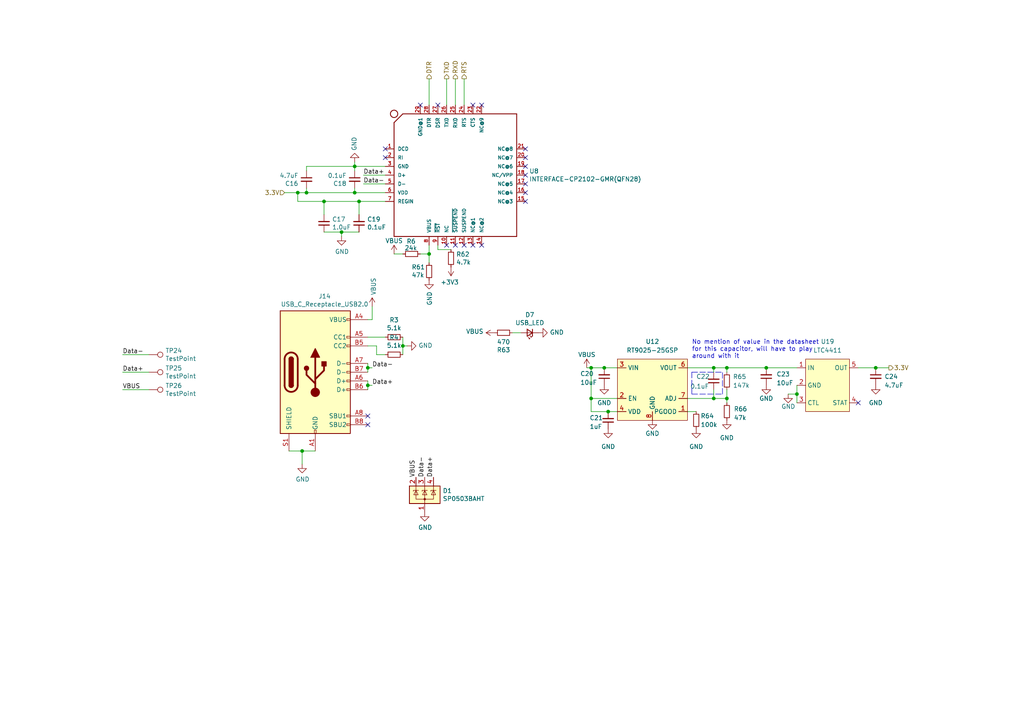
<source format=kicad_sch>
(kicad_sch (version 20211123) (generator eeschema)

  (uuid 0828935f-d307-4d83-83ac-e21d01b5dc8c)

  (paper "A4")

  (lib_symbols
    (symbol "Connector:TestPoint" (pin_numbers hide) (pin_names (offset 0.762) hide) (in_bom yes) (on_board yes)
      (property "Reference" "TP" (id 0) (at 0 6.858 0)
        (effects (font (size 1.27 1.27)))
      )
      (property "Value" "TestPoint" (id 1) (at 0 5.08 0)
        (effects (font (size 1.27 1.27)))
      )
      (property "Footprint" "" (id 2) (at 5.08 0 0)
        (effects (font (size 1.27 1.27)) hide)
      )
      (property "Datasheet" "~" (id 3) (at 5.08 0 0)
        (effects (font (size 1.27 1.27)) hide)
      )
      (property "ki_keywords" "test point tp" (id 4) (at 0 0 0)
        (effects (font (size 1.27 1.27)) hide)
      )
      (property "ki_description" "test point" (id 5) (at 0 0 0)
        (effects (font (size 1.27 1.27)) hide)
      )
      (property "ki_fp_filters" "Pin* Test*" (id 6) (at 0 0 0)
        (effects (font (size 1.27 1.27)) hide)
      )
      (symbol "TestPoint_0_1"
        (circle (center 0 3.302) (radius 0.762)
          (stroke (width 0) (type default) (color 0 0 0 0))
          (fill (type none))
        )
      )
      (symbol "TestPoint_1_1"
        (pin passive line (at 0 0 90) (length 2.54)
          (name "1" (effects (font (size 1.27 1.27))))
          (number "1" (effects (font (size 1.27 1.27))))
        )
      )
    )
    (symbol "Connector:USB_C_Receptacle_USB2.0" (pin_names (offset 1.016)) (in_bom yes) (on_board yes)
      (property "Reference" "J" (id 0) (at -10.16 19.05 0)
        (effects (font (size 1.27 1.27)) (justify left))
      )
      (property "Value" "USB_C_Receptacle_USB2.0" (id 1) (at 19.05 19.05 0)
        (effects (font (size 1.27 1.27)) (justify right))
      )
      (property "Footprint" "" (id 2) (at 3.81 0 0)
        (effects (font (size 1.27 1.27)) hide)
      )
      (property "Datasheet" "https://www.usb.org/sites/default/files/documents/usb_type-c.zip" (id 3) (at 3.81 0 0)
        (effects (font (size 1.27 1.27)) hide)
      )
      (property "ki_keywords" "usb universal serial bus type-C USB2.0" (id 4) (at 0 0 0)
        (effects (font (size 1.27 1.27)) hide)
      )
      (property "ki_description" "USB 2.0-only Type-C Receptacle connector" (id 5) (at 0 0 0)
        (effects (font (size 1.27 1.27)) hide)
      )
      (property "ki_fp_filters" "USB*C*Receptacle*" (id 6) (at 0 0 0)
        (effects (font (size 1.27 1.27)) hide)
      )
      (symbol "USB_C_Receptacle_USB2.0_0_0"
        (rectangle (start -0.254 -17.78) (end 0.254 -16.764)
          (stroke (width 0) (type default) (color 0 0 0 0))
          (fill (type none))
        )
        (rectangle (start 10.16 -14.986) (end 9.144 -15.494)
          (stroke (width 0) (type default) (color 0 0 0 0))
          (fill (type none))
        )
        (rectangle (start 10.16 -12.446) (end 9.144 -12.954)
          (stroke (width 0) (type default) (color 0 0 0 0))
          (fill (type none))
        )
        (rectangle (start 10.16 -4.826) (end 9.144 -5.334)
          (stroke (width 0) (type default) (color 0 0 0 0))
          (fill (type none))
        )
        (rectangle (start 10.16 -2.286) (end 9.144 -2.794)
          (stroke (width 0) (type default) (color 0 0 0 0))
          (fill (type none))
        )
        (rectangle (start 10.16 0.254) (end 9.144 -0.254)
          (stroke (width 0) (type default) (color 0 0 0 0))
          (fill (type none))
        )
        (rectangle (start 10.16 2.794) (end 9.144 2.286)
          (stroke (width 0) (type default) (color 0 0 0 0))
          (fill (type none))
        )
        (rectangle (start 10.16 7.874) (end 9.144 7.366)
          (stroke (width 0) (type default) (color 0 0 0 0))
          (fill (type none))
        )
        (rectangle (start 10.16 10.414) (end 9.144 9.906)
          (stroke (width 0) (type default) (color 0 0 0 0))
          (fill (type none))
        )
        (rectangle (start 10.16 15.494) (end 9.144 14.986)
          (stroke (width 0) (type default) (color 0 0 0 0))
          (fill (type none))
        )
      )
      (symbol "USB_C_Receptacle_USB2.0_0_1"
        (rectangle (start -10.16 17.78) (end 10.16 -17.78)
          (stroke (width 0.254) (type default) (color 0 0 0 0))
          (fill (type background))
        )
        (arc (start -8.89 -3.81) (mid -6.985 -5.715) (end -5.08 -3.81)
          (stroke (width 0.508) (type default) (color 0 0 0 0))
          (fill (type none))
        )
        (arc (start -7.62 -3.81) (mid -6.985 -4.445) (end -6.35 -3.81)
          (stroke (width 0.254) (type default) (color 0 0 0 0))
          (fill (type none))
        )
        (arc (start -7.62 -3.81) (mid -6.985 -4.445) (end -6.35 -3.81)
          (stroke (width 0.254) (type default) (color 0 0 0 0))
          (fill (type outline))
        )
        (rectangle (start -7.62 -3.81) (end -6.35 3.81)
          (stroke (width 0.254) (type default) (color 0 0 0 0))
          (fill (type outline))
        )
        (arc (start -6.35 3.81) (mid -6.985 4.445) (end -7.62 3.81)
          (stroke (width 0.254) (type default) (color 0 0 0 0))
          (fill (type none))
        )
        (arc (start -6.35 3.81) (mid -6.985 4.445) (end -7.62 3.81)
          (stroke (width 0.254) (type default) (color 0 0 0 0))
          (fill (type outline))
        )
        (arc (start -5.08 3.81) (mid -6.985 5.715) (end -8.89 3.81)
          (stroke (width 0.508) (type default) (color 0 0 0 0))
          (fill (type none))
        )
        (circle (center -2.54 1.143) (radius 0.635)
          (stroke (width 0.254) (type default) (color 0 0 0 0))
          (fill (type outline))
        )
        (circle (center 0 -5.842) (radius 1.27)
          (stroke (width 0) (type default) (color 0 0 0 0))
          (fill (type outline))
        )
        (polyline
          (pts
            (xy -8.89 -3.81)
            (xy -8.89 3.81)
          )
          (stroke (width 0.508) (type default) (color 0 0 0 0))
          (fill (type none))
        )
        (polyline
          (pts
            (xy -5.08 3.81)
            (xy -5.08 -3.81)
          )
          (stroke (width 0.508) (type default) (color 0 0 0 0))
          (fill (type none))
        )
        (polyline
          (pts
            (xy 0 -5.842)
            (xy 0 4.318)
          )
          (stroke (width 0.508) (type default) (color 0 0 0 0))
          (fill (type none))
        )
        (polyline
          (pts
            (xy 0 -3.302)
            (xy -2.54 -0.762)
            (xy -2.54 0.508)
          )
          (stroke (width 0.508) (type default) (color 0 0 0 0))
          (fill (type none))
        )
        (polyline
          (pts
            (xy 0 -2.032)
            (xy 2.54 0.508)
            (xy 2.54 1.778)
          )
          (stroke (width 0.508) (type default) (color 0 0 0 0))
          (fill (type none))
        )
        (polyline
          (pts
            (xy -1.27 4.318)
            (xy 0 6.858)
            (xy 1.27 4.318)
            (xy -1.27 4.318)
          )
          (stroke (width 0.254) (type default) (color 0 0 0 0))
          (fill (type outline))
        )
        (rectangle (start 1.905 1.778) (end 3.175 3.048)
          (stroke (width 0.254) (type default) (color 0 0 0 0))
          (fill (type outline))
        )
      )
      (symbol "USB_C_Receptacle_USB2.0_1_1"
        (pin passive line (at 0 -22.86 90) (length 5.08)
          (name "GND" (effects (font (size 1.27 1.27))))
          (number "A1" (effects (font (size 1.27 1.27))))
        )
        (pin passive line (at 0 -22.86 90) (length 5.08) hide
          (name "GND" (effects (font (size 1.27 1.27))))
          (number "A12" (effects (font (size 1.27 1.27))))
        )
        (pin passive line (at 15.24 15.24 180) (length 5.08)
          (name "VBUS" (effects (font (size 1.27 1.27))))
          (number "A4" (effects (font (size 1.27 1.27))))
        )
        (pin bidirectional line (at 15.24 10.16 180) (length 5.08)
          (name "CC1" (effects (font (size 1.27 1.27))))
          (number "A5" (effects (font (size 1.27 1.27))))
        )
        (pin bidirectional line (at 15.24 -2.54 180) (length 5.08)
          (name "D+" (effects (font (size 1.27 1.27))))
          (number "A6" (effects (font (size 1.27 1.27))))
        )
        (pin bidirectional line (at 15.24 2.54 180) (length 5.08)
          (name "D-" (effects (font (size 1.27 1.27))))
          (number "A7" (effects (font (size 1.27 1.27))))
        )
        (pin bidirectional line (at 15.24 -12.7 180) (length 5.08)
          (name "SBU1" (effects (font (size 1.27 1.27))))
          (number "A8" (effects (font (size 1.27 1.27))))
        )
        (pin passive line (at 15.24 15.24 180) (length 5.08) hide
          (name "VBUS" (effects (font (size 1.27 1.27))))
          (number "A9" (effects (font (size 1.27 1.27))))
        )
        (pin passive line (at 0 -22.86 90) (length 5.08) hide
          (name "GND" (effects (font (size 1.27 1.27))))
          (number "B1" (effects (font (size 1.27 1.27))))
        )
        (pin passive line (at 0 -22.86 90) (length 5.08) hide
          (name "GND" (effects (font (size 1.27 1.27))))
          (number "B12" (effects (font (size 1.27 1.27))))
        )
        (pin passive line (at 15.24 15.24 180) (length 5.08) hide
          (name "VBUS" (effects (font (size 1.27 1.27))))
          (number "B4" (effects (font (size 1.27 1.27))))
        )
        (pin bidirectional line (at 15.24 7.62 180) (length 5.08)
          (name "CC2" (effects (font (size 1.27 1.27))))
          (number "B5" (effects (font (size 1.27 1.27))))
        )
        (pin bidirectional line (at 15.24 -5.08 180) (length 5.08)
          (name "D+" (effects (font (size 1.27 1.27))))
          (number "B6" (effects (font (size 1.27 1.27))))
        )
        (pin bidirectional line (at 15.24 0 180) (length 5.08)
          (name "D-" (effects (font (size 1.27 1.27))))
          (number "B7" (effects (font (size 1.27 1.27))))
        )
        (pin bidirectional line (at 15.24 -15.24 180) (length 5.08)
          (name "SBU2" (effects (font (size 1.27 1.27))))
          (number "B8" (effects (font (size 1.27 1.27))))
        )
        (pin passive line (at 15.24 15.24 180) (length 5.08) hide
          (name "VBUS" (effects (font (size 1.27 1.27))))
          (number "B9" (effects (font (size 1.27 1.27))))
        )
        (pin passive line (at -7.62 -22.86 90) (length 5.08)
          (name "SHIELD" (effects (font (size 1.27 1.27))))
          (number "S1" (effects (font (size 1.27 1.27))))
        )
      )
    )
    (symbol "Device:C_Small" (pin_numbers hide) (pin_names (offset 0.254) hide) (in_bom yes) (on_board yes)
      (property "Reference" "C" (id 0) (at 0.254 1.778 0)
        (effects (font (size 1.27 1.27)) (justify left))
      )
      (property "Value" "C_Small" (id 1) (at 0.254 -2.032 0)
        (effects (font (size 1.27 1.27)) (justify left))
      )
      (property "Footprint" "" (id 2) (at 0 0 0)
        (effects (font (size 1.27 1.27)) hide)
      )
      (property "Datasheet" "~" (id 3) (at 0 0 0)
        (effects (font (size 1.27 1.27)) hide)
      )
      (property "ki_keywords" "capacitor cap" (id 4) (at 0 0 0)
        (effects (font (size 1.27 1.27)) hide)
      )
      (property "ki_description" "Unpolarized capacitor, small symbol" (id 5) (at 0 0 0)
        (effects (font (size 1.27 1.27)) hide)
      )
      (property "ki_fp_filters" "C_*" (id 6) (at 0 0 0)
        (effects (font (size 1.27 1.27)) hide)
      )
      (symbol "C_Small_0_1"
        (polyline
          (pts
            (xy -1.524 -0.508)
            (xy 1.524 -0.508)
          )
          (stroke (width 0.3302) (type default) (color 0 0 0 0))
          (fill (type none))
        )
        (polyline
          (pts
            (xy -1.524 0.508)
            (xy 1.524 0.508)
          )
          (stroke (width 0.3048) (type default) (color 0 0 0 0))
          (fill (type none))
        )
      )
      (symbol "C_Small_1_1"
        (pin passive line (at 0 2.54 270) (length 2.032)
          (name "~" (effects (font (size 1.27 1.27))))
          (number "1" (effects (font (size 1.27 1.27))))
        )
        (pin passive line (at 0 -2.54 90) (length 2.032)
          (name "~" (effects (font (size 1.27 1.27))))
          (number "2" (effects (font (size 1.27 1.27))))
        )
      )
    )
    (symbol "Device:LED_Small" (pin_numbers hide) (pin_names (offset 0.254) hide) (in_bom yes) (on_board yes)
      (property "Reference" "D" (id 0) (at -1.27 3.175 0)
        (effects (font (size 1.27 1.27)) (justify left))
      )
      (property "Value" "LED_Small" (id 1) (at -4.445 -2.54 0)
        (effects (font (size 1.27 1.27)) (justify left))
      )
      (property "Footprint" "" (id 2) (at 0 0 90)
        (effects (font (size 1.27 1.27)) hide)
      )
      (property "Datasheet" "~" (id 3) (at 0 0 90)
        (effects (font (size 1.27 1.27)) hide)
      )
      (property "ki_keywords" "LED diode light-emitting-diode" (id 4) (at 0 0 0)
        (effects (font (size 1.27 1.27)) hide)
      )
      (property "ki_description" "Light emitting diode, small symbol" (id 5) (at 0 0 0)
        (effects (font (size 1.27 1.27)) hide)
      )
      (property "ki_fp_filters" "LED* LED_SMD:* LED_THT:*" (id 6) (at 0 0 0)
        (effects (font (size 1.27 1.27)) hide)
      )
      (symbol "LED_Small_0_1"
        (polyline
          (pts
            (xy -0.762 -1.016)
            (xy -0.762 1.016)
          )
          (stroke (width 0.254) (type default) (color 0 0 0 0))
          (fill (type none))
        )
        (polyline
          (pts
            (xy 1.016 0)
            (xy -0.762 0)
          )
          (stroke (width 0) (type default) (color 0 0 0 0))
          (fill (type none))
        )
        (polyline
          (pts
            (xy 0.762 -1.016)
            (xy -0.762 0)
            (xy 0.762 1.016)
            (xy 0.762 -1.016)
          )
          (stroke (width 0.254) (type default) (color 0 0 0 0))
          (fill (type none))
        )
        (polyline
          (pts
            (xy 0 0.762)
            (xy -0.508 1.27)
            (xy -0.254 1.27)
            (xy -0.508 1.27)
            (xy -0.508 1.016)
          )
          (stroke (width 0) (type default) (color 0 0 0 0))
          (fill (type none))
        )
        (polyline
          (pts
            (xy 0.508 1.27)
            (xy 0 1.778)
            (xy 0.254 1.778)
            (xy 0 1.778)
            (xy 0 1.524)
          )
          (stroke (width 0) (type default) (color 0 0 0 0))
          (fill (type none))
        )
      )
      (symbol "LED_Small_1_1"
        (pin passive line (at -2.54 0 0) (length 1.778)
          (name "K" (effects (font (size 1.27 1.27))))
          (number "1" (effects (font (size 1.27 1.27))))
        )
        (pin passive line (at 2.54 0 180) (length 1.778)
          (name "A" (effects (font (size 1.27 1.27))))
          (number "2" (effects (font (size 1.27 1.27))))
        )
      )
    )
    (symbol "Device:R_Small" (pin_numbers hide) (pin_names (offset 0.254) hide) (in_bom yes) (on_board yes)
      (property "Reference" "R" (id 0) (at 0.762 0.508 0)
        (effects (font (size 1.27 1.27)) (justify left))
      )
      (property "Value" "R_Small" (id 1) (at 0.762 -1.016 0)
        (effects (font (size 1.27 1.27)) (justify left))
      )
      (property "Footprint" "" (id 2) (at 0 0 0)
        (effects (font (size 1.27 1.27)) hide)
      )
      (property "Datasheet" "~" (id 3) (at 0 0 0)
        (effects (font (size 1.27 1.27)) hide)
      )
      (property "ki_keywords" "R resistor" (id 4) (at 0 0 0)
        (effects (font (size 1.27 1.27)) hide)
      )
      (property "ki_description" "Resistor, small symbol" (id 5) (at 0 0 0)
        (effects (font (size 1.27 1.27)) hide)
      )
      (property "ki_fp_filters" "R_*" (id 6) (at 0 0 0)
        (effects (font (size 1.27 1.27)) hide)
      )
      (symbol "R_Small_0_1"
        (rectangle (start -0.762 1.778) (end 0.762 -1.778)
          (stroke (width 0.2032) (type default) (color 0 0 0 0))
          (fill (type none))
        )
      )
      (symbol "R_Small_1_1"
        (pin passive line (at 0 2.54 270) (length 0.762)
          (name "~" (effects (font (size 1.27 1.27))))
          (number "1" (effects (font (size 1.27 1.27))))
        )
        (pin passive line (at 0 -2.54 90) (length 0.762)
          (name "~" (effects (font (size 1.27 1.27))))
          (number "2" (effects (font (size 1.27 1.27))))
        )
      )
    )
    (symbol "Power_Protection:SP0503BAHT" (pin_names hide) (in_bom yes) (on_board yes)
      (property "Reference" "D" (id 0) (at 5.715 2.54 0)
        (effects (font (size 1.27 1.27)) (justify left))
      )
      (property "Value" "SP0503BAHT" (id 1) (at 5.715 0.635 0)
        (effects (font (size 1.27 1.27)) (justify left))
      )
      (property "Footprint" "Package_TO_SOT_SMD:SOT-143" (id 2) (at 5.715 -1.27 0)
        (effects (font (size 1.27 1.27)) (justify left) hide)
      )
      (property "Datasheet" "http://www.littelfuse.com/~/media/files/littelfuse/technical%20resources/documents/data%20sheets/sp05xxba.pdf" (id 3) (at 3.175 3.175 0)
        (effects (font (size 1.27 1.27)) hide)
      )
      (property "ki_keywords" "usb esd protection suppression transient" (id 4) (at 0 0 0)
        (effects (font (size 1.27 1.27)) hide)
      )
      (property "ki_description" "TVS Diode Array, 5.5V Standoff, 3 Channels, SOT-143 package" (id 5) (at 0 0 0)
        (effects (font (size 1.27 1.27)) hide)
      )
      (property "ki_fp_filters" "SOT?143*" (id 6) (at 0 0 0)
        (effects (font (size 1.27 1.27)) hide)
      )
      (symbol "SP0503BAHT_0_0"
        (pin passive line (at 0 -5.08 90) (length 2.54)
          (name "A" (effects (font (size 1.27 1.27))))
          (number "1" (effects (font (size 1.27 1.27))))
        )
      )
      (symbol "SP0503BAHT_0_1"
        (rectangle (start -4.445 2.54) (end 4.445 -2.54)
          (stroke (width 0.254) (type default) (color 0 0 0 0))
          (fill (type background))
        )
        (circle (center 0 -1.27) (radius 0.254)
          (stroke (width 0) (type default) (color 0 0 0 0))
          (fill (type outline))
        )
        (polyline
          (pts
            (xy -2.54 2.54)
            (xy -2.54 1.27)
          )
          (stroke (width 0) (type default) (color 0 0 0 0))
          (fill (type none))
        )
        (polyline
          (pts
            (xy 0 -1.27)
            (xy 0 -2.54)
          )
          (stroke (width 0) (type default) (color 0 0 0 0))
          (fill (type none))
        )
        (polyline
          (pts
            (xy 0 -1.27)
            (xy 0 1.27)
          )
          (stroke (width 0) (type default) (color 0 0 0 0))
          (fill (type none))
        )
        (polyline
          (pts
            (xy 0 2.54)
            (xy 0 1.27)
          )
          (stroke (width 0) (type default) (color 0 0 0 0))
          (fill (type none))
        )
        (polyline
          (pts
            (xy 0.635 1.27)
            (xy 0.762 1.27)
          )
          (stroke (width 0) (type default) (color 0 0 0 0))
          (fill (type none))
        )
        (polyline
          (pts
            (xy 2.54 2.54)
            (xy 2.54 1.27)
          )
          (stroke (width 0) (type default) (color 0 0 0 0))
          (fill (type none))
        )
        (polyline
          (pts
            (xy 0.635 1.27)
            (xy -0.762 1.27)
            (xy -0.762 1.016)
          )
          (stroke (width 0) (type default) (color 0 0 0 0))
          (fill (type none))
        )
        (polyline
          (pts
            (xy -3.302 1.016)
            (xy -3.302 1.27)
            (xy -1.905 1.27)
            (xy -1.778 1.27)
          )
          (stroke (width 0) (type default) (color 0 0 0 0))
          (fill (type none))
        )
        (polyline
          (pts
            (xy -2.54 1.27)
            (xy -2.54 -1.27)
            (xy 2.54 -1.27)
            (xy 2.54 1.27)
          )
          (stroke (width 0) (type default) (color 0 0 0 0))
          (fill (type none))
        )
        (polyline
          (pts
            (xy -2.54 1.27)
            (xy -1.905 0)
            (xy -3.175 0)
            (xy -2.54 1.27)
          )
          (stroke (width 0) (type default) (color 0 0 0 0))
          (fill (type none))
        )
        (polyline
          (pts
            (xy 0.635 0)
            (xy -0.635 0)
            (xy 0 1.27)
            (xy 0.635 0)
          )
          (stroke (width 0) (type default) (color 0 0 0 0))
          (fill (type none))
        )
        (polyline
          (pts
            (xy 1.778 1.016)
            (xy 1.778 1.27)
            (xy 3.175 1.27)
            (xy 3.302 1.27)
          )
          (stroke (width 0) (type default) (color 0 0 0 0))
          (fill (type none))
        )
        (polyline
          (pts
            (xy 2.54 1.27)
            (xy 1.905 0)
            (xy 3.175 0)
            (xy 2.54 1.27)
          )
          (stroke (width 0) (type default) (color 0 0 0 0))
          (fill (type none))
        )
      )
      (symbol "SP0503BAHT_1_1"
        (pin passive line (at -2.54 5.08 270) (length 2.54)
          (name "K" (effects (font (size 1.27 1.27))))
          (number "2" (effects (font (size 1.27 1.27))))
        )
        (pin passive line (at 0 5.08 270) (length 2.54)
          (name "K" (effects (font (size 1.27 1.27))))
          (number "3" (effects (font (size 1.27 1.27))))
        )
        (pin passive line (at 2.54 5.08 270) (length 2.54)
          (name "K" (effects (font (size 1.27 1.27))))
          (number "4" (effects (font (size 1.27 1.27))))
        )
      )
    )
    (symbol "iclr:INTERFACE-CP2102-GMR(QFN28)" (pin_names (offset 1.016)) (in_bom yes) (on_board yes)
      (property "Reference" "U" (id 0) (at -17.8054 20.3454 0)
        (effects (font (size 1.27 1.27)) (justify left bottom))
      )
      (property "Value" "iclr_INTERFACE-CP2102-GMR(QFN28)" (id 1) (at -17.78 -17.78 0)
        (effects (font (size 1.27 1.27)) (justify left bottom))
      )
      (property "Footprint" "QFN28G_0.5-5X5MM" (id 2) (at 0 0 0)
        (effects (font (size 1.27 1.27)) (justify left bottom) hide)
      )
      (property "Datasheet" "" (id 3) (at 0 0 0)
        (effects (font (size 1.27 1.27)) (justify left bottom) hide)
      )
      (property "VALUE" "CP2102-GMR-QFN28" (id 4) (at 0 0 0)
        (effects (font (size 1.27 1.27)) (justify left bottom) hide)
      )
      (property "MPN" "CP2102-GMR" (id 5) (at 0 0 0)
        (effects (font (size 1.27 1.27)) (justify left bottom) hide)
      )
      (property "ki_locked" "" (id 6) (at 0 0 0)
        (effects (font (size 1.27 1.27)))
      )
      (symbol "INTERFACE-CP2102-GMR(QFN28)_0_0"
        (circle (center -17.78 17.78) (radius 1.0668)
          (stroke (width 0.254) (type default) (color 0 0 0 0))
          (fill (type none))
        )
        (polyline
          (pts
            (xy -17.78 -17.78)
            (xy -17.78 15.24)
          )
          (stroke (width 0.254) (type default) (color 0 0 0 0))
          (fill (type none))
        )
        (polyline
          (pts
            (xy -17.78 15.24)
            (xy -15.24 17.78)
          )
          (stroke (width 0.254) (type default) (color 0 0 0 0))
          (fill (type none))
        )
        (polyline
          (pts
            (xy -15.24 17.78)
            (xy 17.78 17.78)
          )
          (stroke (width 0.254) (type default) (color 0 0 0 0))
          (fill (type none))
        )
        (polyline
          (pts
            (xy 17.78 -17.78)
            (xy -17.78 -17.78)
          )
          (stroke (width 0.254) (type default) (color 0 0 0 0))
          (fill (type none))
        )
        (polyline
          (pts
            (xy 17.78 17.78)
            (xy 17.78 -17.78)
          )
          (stroke (width 0.254) (type default) (color 0 0 0 0))
          (fill (type none))
        )
        (pin bidirectional line (at -20.32 7.62 0) (length 2.54)
          (name "DCD" (effects (font (size 1.016 1.016))))
          (number "1" (effects (font (size 1.016 1.016))))
        )
        (pin bidirectional line (at -2.54 -20.32 90) (length 2.54)
          (name "NC" (effects (font (size 1.016 1.016))))
          (number "10" (effects (font (size 1.016 1.016))))
        )
        (pin bidirectional line (at 0 -20.32 90) (length 2.54)
          (name "~{SUSPEND}" (effects (font (size 1.016 1.016))))
          (number "11" (effects (font (size 1.016 1.016))))
        )
        (pin bidirectional line (at 2.54 -20.32 90) (length 2.54)
          (name "SUSPEND" (effects (font (size 1.016 1.016))))
          (number "12" (effects (font (size 1.016 1.016))))
        )
        (pin bidirectional line (at 5.08 -20.32 90) (length 2.54)
          (name "NC@1" (effects (font (size 1.016 1.016))))
          (number "13" (effects (font (size 1.016 1.016))))
        )
        (pin bidirectional line (at 7.62 -20.32 90) (length 2.54)
          (name "NC@2" (effects (font (size 1.016 1.016))))
          (number "14" (effects (font (size 1.016 1.016))))
        )
        (pin bidirectional line (at 20.32 -7.62 180) (length 2.54)
          (name "NC@3" (effects (font (size 1.016 1.016))))
          (number "15" (effects (font (size 1.016 1.016))))
        )
        (pin bidirectional line (at 20.32 -5.08 180) (length 2.54)
          (name "NC@4" (effects (font (size 1.016 1.016))))
          (number "16" (effects (font (size 1.016 1.016))))
        )
        (pin bidirectional line (at 20.32 -2.54 180) (length 2.54)
          (name "NC@5" (effects (font (size 1.016 1.016))))
          (number "17" (effects (font (size 1.016 1.016))))
        )
        (pin bidirectional line (at 20.32 0 180) (length 2.54)
          (name "NC/VPP" (effects (font (size 1.016 1.016))))
          (number "18" (effects (font (size 1.016 1.016))))
        )
        (pin bidirectional line (at 20.32 2.54 180) (length 2.54)
          (name "NC@6" (effects (font (size 1.016 1.016))))
          (number "19" (effects (font (size 1.016 1.016))))
        )
        (pin bidirectional line (at -20.32 5.08 0) (length 2.54)
          (name "RI" (effects (font (size 1.016 1.016))))
          (number "2" (effects (font (size 1.016 1.016))))
        )
        (pin bidirectional line (at 20.32 5.08 180) (length 2.54)
          (name "NC@7" (effects (font (size 1.016 1.016))))
          (number "20" (effects (font (size 1.016 1.016))))
        )
        (pin bidirectional line (at 20.32 7.62 180) (length 2.54)
          (name "NC@8" (effects (font (size 1.016 1.016))))
          (number "21" (effects (font (size 1.016 1.016))))
        )
        (pin bidirectional line (at 7.62 20.32 270) (length 2.54)
          (name "NC@9" (effects (font (size 1.016 1.016))))
          (number "22" (effects (font (size 1.016 1.016))))
        )
        (pin bidirectional line (at 5.08 20.32 270) (length 2.54)
          (name "CTS" (effects (font (size 1.016 1.016))))
          (number "23" (effects (font (size 1.016 1.016))))
        )
        (pin bidirectional line (at 2.54 20.32 270) (length 2.54)
          (name "RTS" (effects (font (size 1.016 1.016))))
          (number "24" (effects (font (size 1.016 1.016))))
        )
        (pin bidirectional line (at 0 20.32 270) (length 2.54)
          (name "RXD" (effects (font (size 1.016 1.016))))
          (number "25" (effects (font (size 1.016 1.016))))
        )
        (pin bidirectional line (at -2.54 20.32 270) (length 2.54)
          (name "TXD" (effects (font (size 1.016 1.016))))
          (number "26" (effects (font (size 1.016 1.016))))
        )
        (pin bidirectional line (at -5.08 20.32 270) (length 2.54)
          (name "DSR" (effects (font (size 1.016 1.016))))
          (number "27" (effects (font (size 1.016 1.016))))
        )
        (pin bidirectional line (at -7.62 20.32 270) (length 2.54)
          (name "DTR" (effects (font (size 1.016 1.016))))
          (number "28" (effects (font (size 1.016 1.016))))
        )
        (pin bidirectional line (at -10.16 20.32 270) (length 2.54)
          (name "GND@1" (effects (font (size 1.016 1.016))))
          (number "29" (effects (font (size 1.016 1.016))))
        )
        (pin bidirectional line (at -20.32 2.54 0) (length 2.54)
          (name "GND" (effects (font (size 1.016 1.016))))
          (number "3" (effects (font (size 1.016 1.016))))
        )
        (pin bidirectional line (at -20.32 0 0) (length 2.54)
          (name "D+" (effects (font (size 1.016 1.016))))
          (number "4" (effects (font (size 1.016 1.016))))
        )
        (pin bidirectional line (at -20.32 -2.54 0) (length 2.54)
          (name "D-" (effects (font (size 1.016 1.016))))
          (number "5" (effects (font (size 1.016 1.016))))
        )
        (pin bidirectional line (at -20.32 -5.08 0) (length 2.54)
          (name "VDD" (effects (font (size 1.016 1.016))))
          (number "6" (effects (font (size 1.016 1.016))))
        )
        (pin bidirectional line (at -20.32 -7.62 0) (length 2.54)
          (name "REGIN" (effects (font (size 1.016 1.016))))
          (number "7" (effects (font (size 1.016 1.016))))
        )
        (pin bidirectional line (at -7.62 -20.32 90) (length 2.54)
          (name "VBUS" (effects (font (size 1.016 1.016))))
          (number "8" (effects (font (size 1.016 1.016))))
        )
        (pin bidirectional line (at -5.08 -20.32 90) (length 2.54)
          (name "~{RST}" (effects (font (size 1.016 1.016))))
          (number "9" (effects (font (size 1.016 1.016))))
        )
      )
    )
    (symbol "iclr:LTC4411" (in_bom yes) (on_board yes)
      (property "Reference" "U" (id 0) (at 0 1.27 0)
        (effects (font (size 1.27 1.27)))
      )
      (property "Value" "LTC4411" (id 1) (at 0 -1.27 0)
        (effects (font (size 1.27 1.27)))
      )
      (property "Footprint" "" (id 2) (at 0 0 0)
        (effects (font (size 1.27 1.27)) hide)
      )
      (property "Datasheet" "" (id 3) (at 0 0 0)
        (effects (font (size 1.27 1.27)) hide)
      )
      (symbol "LTC4411_0_1"
        (rectangle (start -6.35 -2.54) (end 6.35 -17.78)
          (stroke (width 0) (type default) (color 0 0 0 0))
          (fill (type background))
        )
      )
      (symbol "LTC4411_1_1"
        (pin power_in line (at -8.89 -5.08 0) (length 2.54)
          (name "IN" (effects (font (size 1.27 1.27))))
          (number "1" (effects (font (size 1.27 1.27))))
        )
        (pin output line (at -8.89 -10.16 0) (length 2.54)
          (name "GND" (effects (font (size 1.27 1.27))))
          (number "2" (effects (font (size 1.27 1.27))))
        )
        (pin input line (at -8.89 -15.24 0) (length 2.54)
          (name "CTL" (effects (font (size 1.27 1.27))))
          (number "3" (effects (font (size 1.27 1.27))))
        )
        (pin input line (at 8.89 -15.24 180) (length 2.54)
          (name "STAT" (effects (font (size 1.27 1.27))))
          (number "4" (effects (font (size 1.27 1.27))))
        )
        (pin power_out line (at 8.89 -5.08 180) (length 2.54)
          (name "OUT" (effects (font (size 1.27 1.27))))
          (number "5" (effects (font (size 1.27 1.27))))
        )
      )
    )
    (symbol "iclr:RT9025-25GSP" (in_bom yes) (on_board yes)
      (property "Reference" "U" (id 0) (at 0 7.62 0)
        (effects (font (size 1.27 1.27)))
      )
      (property "Value" "RT9025-25GSP" (id 1) (at 0 5.08 0)
        (effects (font (size 1.27 1.27)))
      )
      (property "Footprint" "" (id 2) (at 0 5.08 0)
        (effects (font (size 1.27 1.27)) hide)
      )
      (property "Datasheet" "" (id 3) (at 0 5.08 0)
        (effects (font (size 1.27 1.27)) hide)
      )
      (symbol "RT9025-25GSP_1_1"
        (rectangle (start -10.16 1.27) (end 10.16 -16.51)
          (stroke (width 0) (type default) (color 0 0 0 0))
          (fill (type background))
        )
        (pin output line (at 10.16 -13.97 180) (length 2.54)
          (name "PGOOD" (effects (font (size 1.27 1.27))))
          (number "1" (effects (font (size 1.27 1.27))))
        )
        (pin input line (at -10.16 -10.16 0) (length 2.54)
          (name "EN" (effects (font (size 1.27 1.27))))
          (number "2" (effects (font (size 1.27 1.27))))
        )
        (pin input line (at -10.16 -1.27 0) (length 2.54)
          (name "VIN" (effects (font (size 1.27 1.27))))
          (number "3" (effects (font (size 1.27 1.27))))
        )
        (pin input line (at -10.16 -13.97 0) (length 2.54)
          (name "VDD" (effects (font (size 1.27 1.27))))
          (number "4" (effects (font (size 1.27 1.27))))
        )
        (pin output line (at 10.16 -1.27 180) (length 2.54)
          (name "VOUT" (effects (font (size 1.27 1.27))))
          (number "6" (effects (font (size 1.27 1.27))))
        )
        (pin input line (at 10.16 -10.16 180) (length 2.54)
          (name "ADJ" (effects (font (size 1.27 1.27))))
          (number "7" (effects (font (size 1.27 1.27))))
        )
        (pin input line (at 0 -16.51 90) (length 2.54)
          (name "GND" (effects (font (size 1.27 1.27))))
          (number "8" (effects (font (size 1.27 1.27))))
        )
      )
    )
    (symbol "power:+3.3V" (power) (pin_names (offset 0)) (in_bom yes) (on_board yes)
      (property "Reference" "#PWR" (id 0) (at 0 -3.81 0)
        (effects (font (size 1.27 1.27)) hide)
      )
      (property "Value" "+3.3V" (id 1) (at 0 3.556 0)
        (effects (font (size 1.27 1.27)))
      )
      (property "Footprint" "" (id 2) (at 0 0 0)
        (effects (font (size 1.27 1.27)) hide)
      )
      (property "Datasheet" "" (id 3) (at 0 0 0)
        (effects (font (size 1.27 1.27)) hide)
      )
      (property "ki_keywords" "power-flag" (id 4) (at 0 0 0)
        (effects (font (size 1.27 1.27)) hide)
      )
      (property "ki_description" "Power symbol creates a global label with name \"+3.3V\"" (id 5) (at 0 0 0)
        (effects (font (size 1.27 1.27)) hide)
      )
      (symbol "+3.3V_0_1"
        (polyline
          (pts
            (xy -0.762 1.27)
            (xy 0 2.54)
          )
          (stroke (width 0) (type default) (color 0 0 0 0))
          (fill (type none))
        )
        (polyline
          (pts
            (xy 0 0)
            (xy 0 2.54)
          )
          (stroke (width 0) (type default) (color 0 0 0 0))
          (fill (type none))
        )
        (polyline
          (pts
            (xy 0 2.54)
            (xy 0.762 1.27)
          )
          (stroke (width 0) (type default) (color 0 0 0 0))
          (fill (type none))
        )
      )
      (symbol "+3.3V_1_1"
        (pin power_in line (at 0 0 90) (length 0) hide
          (name "+3V3" (effects (font (size 1.27 1.27))))
          (number "1" (effects (font (size 1.27 1.27))))
        )
      )
    )
    (symbol "power:GND" (power) (pin_names (offset 0)) (in_bom yes) (on_board yes)
      (property "Reference" "#PWR" (id 0) (at 0 -6.35 0)
        (effects (font (size 1.27 1.27)) hide)
      )
      (property "Value" "GND" (id 1) (at 0 -3.81 0)
        (effects (font (size 1.27 1.27)))
      )
      (property "Footprint" "" (id 2) (at 0 0 0)
        (effects (font (size 1.27 1.27)) hide)
      )
      (property "Datasheet" "" (id 3) (at 0 0 0)
        (effects (font (size 1.27 1.27)) hide)
      )
      (property "ki_keywords" "power-flag" (id 4) (at 0 0 0)
        (effects (font (size 1.27 1.27)) hide)
      )
      (property "ki_description" "Power symbol creates a global label with name \"GND\" , ground" (id 5) (at 0 0 0)
        (effects (font (size 1.27 1.27)) hide)
      )
      (symbol "GND_0_1"
        (polyline
          (pts
            (xy 0 0)
            (xy 0 -1.27)
            (xy 1.27 -1.27)
            (xy 0 -2.54)
            (xy -1.27 -1.27)
            (xy 0 -1.27)
          )
          (stroke (width 0) (type default) (color 0 0 0 0))
          (fill (type none))
        )
      )
      (symbol "GND_1_1"
        (pin power_in line (at 0 0 270) (length 0) hide
          (name "GND" (effects (font (size 1.27 1.27))))
          (number "1" (effects (font (size 1.27 1.27))))
        )
      )
    )
    (symbol "power:VBUS" (power) (pin_names (offset 0)) (in_bom yes) (on_board yes)
      (property "Reference" "#PWR" (id 0) (at 0 -3.81 0)
        (effects (font (size 1.27 1.27)) hide)
      )
      (property "Value" "VBUS" (id 1) (at 0 3.81 0)
        (effects (font (size 1.27 1.27)))
      )
      (property "Footprint" "" (id 2) (at 0 0 0)
        (effects (font (size 1.27 1.27)) hide)
      )
      (property "Datasheet" "" (id 3) (at 0 0 0)
        (effects (font (size 1.27 1.27)) hide)
      )
      (property "ki_keywords" "power-flag" (id 4) (at 0 0 0)
        (effects (font (size 1.27 1.27)) hide)
      )
      (property "ki_description" "Power symbol creates a global label with name \"VBUS\"" (id 5) (at 0 0 0)
        (effects (font (size 1.27 1.27)) hide)
      )
      (symbol "VBUS_0_1"
        (polyline
          (pts
            (xy -0.762 1.27)
            (xy 0 2.54)
          )
          (stroke (width 0) (type default) (color 0 0 0 0))
          (fill (type none))
        )
        (polyline
          (pts
            (xy 0 0)
            (xy 0 2.54)
          )
          (stroke (width 0) (type default) (color 0 0 0 0))
          (fill (type none))
        )
        (polyline
          (pts
            (xy 0 2.54)
            (xy 0.762 1.27)
          )
          (stroke (width 0) (type default) (color 0 0 0 0))
          (fill (type none))
        )
      )
      (symbol "VBUS_1_1"
        (pin power_in line (at 0 0 90) (length 0) hide
          (name "VBUS" (effects (font (size 1.27 1.27))))
          (number "1" (effects (font (size 1.27 1.27))))
        )
      )
    )
  )

  (junction (at 254 106.68) (diameter 0) (color 0 0 0 0)
    (uuid 0ec6ae8c-e529-42e0-b8fd-e6f90c34f76d)
  )
  (junction (at 207.01 115.57) (diameter 0) (color 0 0 0 0)
    (uuid 1017e37c-a02b-47ad-b208-111dd4380f9c)
  )
  (junction (at 106.68 111.76) (diameter 0) (color 0 0 0 0)
    (uuid 16802ebc-601c-4803-a953-26b6954eec0d)
  )
  (junction (at 222.25 106.68) (diameter 0) (color 0 0 0 0)
    (uuid 20d85b28-76e9-40af-a7db-4acdb17f48ec)
  )
  (junction (at 88.9 55.88) (diameter 0) (color 0 0 0 0)
    (uuid 25665b2d-6858-4853-879b-d37bf7b39687)
  )
  (junction (at 86.36 55.88) (diameter 0) (color 0 0 0 0)
    (uuid 3d155a10-37bd-48fc-8a7a-c007b4c29849)
  )
  (junction (at 116.84 100.33) (diameter 0) (color 0 0 0 0)
    (uuid 4465af85-27f0-490b-b431-9d2af990e22d)
  )
  (junction (at 102.87 55.88) (diameter 0) (color 0 0 0 0)
    (uuid 46e2e4a4-0ba2-4286-8d9f-fbc8f1916807)
  )
  (junction (at 87.63 130.81) (diameter 0) (color 0 0 0 0)
    (uuid 48bbdab5-741c-4584-8deb-c03345715a32)
  )
  (junction (at 171.45 106.68) (diameter 0) (color 0 0 0 0)
    (uuid 493e8a08-6fa0-4abd-be95-3d88f827c86d)
  )
  (junction (at 210.82 106.68) (diameter 0) (color 0 0 0 0)
    (uuid 5f6f9400-fac1-4227-a882-2b4bb8a2577a)
  )
  (junction (at 207.01 106.68) (diameter 0) (color 0 0 0 0)
    (uuid 60eb9f23-87b8-4326-bfe1-9707e2bfe31f)
  )
  (junction (at 102.87 48.26) (diameter 0) (color 0 0 0 0)
    (uuid 6368ae27-ca36-4e52-98d3-2634830f5528)
  )
  (junction (at 231.14 114.3) (diameter 0) (color 0 0 0 0)
    (uuid 735825f7-ca2b-43ca-a4c8-7e98123d4894)
  )
  (junction (at 175.26 106.68) (diameter 0) (color 0 0 0 0)
    (uuid 79573ba3-3e6a-47aa-830a-3c3d98840e05)
  )
  (junction (at 106.68 106.68) (diameter 0) (color 0 0 0 0)
    (uuid 94050b7d-7fe1-40bd-a835-afb08743989b)
  )
  (junction (at 99.06 67.31) (diameter 0) (color 0 0 0 0)
    (uuid 9e8a4433-8b48-4900-a94a-a894191c6685)
  )
  (junction (at 176.3978 119.38) (diameter 0) (color 0 0 0 0)
    (uuid a80a84bc-1566-4271-9add-28df79d0fcbb)
  )
  (junction (at 104.14 58.42) (diameter 0) (color 0 0 0 0)
    (uuid b1e41abe-74ba-4f3c-a8dd-fd102ec8c238)
  )
  (junction (at 93.98 58.42) (diameter 0) (color 0 0 0 0)
    (uuid d9d031df-16b6-4812-ae1e-0f8ea1a58036)
  )
  (junction (at 124.46 73.66) (diameter 0) (color 0 0 0 0)
    (uuid f452636a-d2d6-4c3b-9d5f-d29722b2274c)
  )
  (junction (at 210.82 115.57) (diameter 0) (color 0 0 0 0)
    (uuid fd08e12e-f6d5-4388-b9e6-db4142387ae2)
  )
  (junction (at 171.45 115.57) (diameter 0) (color 0 0 0 0)
    (uuid fe683913-4029-4e7b-889f-3763693d3316)
  )

  (no_connect (at 132.08 71.12) (uuid 06bffc27-c594-4d5d-8a3e-de606185e713))
  (no_connect (at 152.4 53.34) (uuid 118700f3-528e-4722-a021-84063944f473))
  (no_connect (at 106.68 123.19) (uuid 23edac65-29f7-4740-8a7d-ae45d8ffbeb1))
  (no_connect (at 152.4 58.42) (uuid 3845f39a-1325-4724-a5c7-74584df9f70c))
  (no_connect (at 139.7 71.12) (uuid 478ebfb6-15ee-489d-9a7a-7a1fb8e9da0e))
  (no_connect (at 137.16 71.12) (uuid 676eb953-2b8a-4c1f-9120-3f243bac73ba))
  (no_connect (at 129.54 71.12) (uuid 6966ab58-c390-4e82-aa4e-2b96b7605374))
  (no_connect (at 121.92 30.48) (uuid 7702a46f-b07f-47ce-902d-79b144cd96b3))
  (no_connect (at 111.76 45.72) (uuid 8785cb93-ba77-42b3-9738-c01e58f3cf04))
  (no_connect (at 111.76 43.18) (uuid 8beecdbd-9d02-4350-89a2-a762b929ebc3))
  (no_connect (at 127 30.48) (uuid 909aa350-189b-4605-bb8a-f7a7eff3c02e))
  (no_connect (at 152.4 48.26) (uuid 9e67b711-dd30-466c-af69-4874e40fcd0d))
  (no_connect (at 152.4 55.88) (uuid a4cca75c-9ab4-49be-890c-e4a6945538a1))
  (no_connect (at 152.4 43.18) (uuid aa3327f7-49b7-405a-980f-e28b2e5bafa8))
  (no_connect (at 134.62 71.12) (uuid bbb23563-773d-43ec-a9ca-a5c8504be4e2))
  (no_connect (at 152.4 45.72) (uuid bc69e220-7838-4075-aaa3-0aef362743ea))
  (no_connect (at 137.16 30.48) (uuid d728d76d-7771-474b-b163-aeeb19413ab0))
  (no_connect (at 152.4 50.8) (uuid d77028bd-0b57-485a-9f61-a2e1d35cf43c))
  (no_connect (at 248.92 116.84) (uuid e10eb4ef-f877-40cb-8a61-405b94eff7a2))
  (no_connect (at 106.68 120.65) (uuid ea93bfc3-57b5-496e-8114-556159b339fe))
  (no_connect (at 139.7 30.48) (uuid fc350aef-d953-4b35-94ba-4651bb24ffee))

  (wire (pts (xy 107.95 88.9) (xy 107.95 92.71))
    (stroke (width 0) (type default) (color 0 0 0 0))
    (uuid 04ed8a0f-d4bc-4088-a699-ad12eb8f4f33)
  )
  (wire (pts (xy 106.68 100.33) (xy 109.22 100.33))
    (stroke (width 0) (type default) (color 0 0 0 0))
    (uuid 056a0e25-25ca-49f2-a281-4ec5e6199964)
  )
  (wire (pts (xy 176.3978 119.38) (xy 179.07 119.38))
    (stroke (width 0) (type default) (color 0 0 0 0))
    (uuid 0b037b6e-ae79-4faa-9dbb-4567adf632bc)
  )
  (wire (pts (xy 35.56 113.03) (xy 43.18 113.03))
    (stroke (width 0) (type default) (color 0 0 0 0))
    (uuid 0c62a289-d9ba-4033-89eb-29a767307e70)
  )
  (wire (pts (xy 102.87 46.99) (xy 102.87 48.26))
    (stroke (width 0) (type default) (color 0 0 0 0))
    (uuid 15883f58-baa8-4159-8052-f89cc398a111)
  )
  (wire (pts (xy 106.68 107.95) (xy 106.68 106.68))
    (stroke (width 0) (type default) (color 0 0 0 0))
    (uuid 1b4c8273-2e1f-4e73-bc6f-ae73c3fece3b)
  )
  (wire (pts (xy 199.39 119.38) (xy 201.93 119.38))
    (stroke (width 0) (type default) (color 0 0 0 0))
    (uuid 1b94f1f2-291f-47e9-a79e-5310a4a21baa)
  )
  (wire (pts (xy 86.36 58.42) (xy 93.98 58.42))
    (stroke (width 0) (type default) (color 0 0 0 0))
    (uuid 1bcb0777-f766-4ea4-ac72-97d24e3d18b0)
  )
  (wire (pts (xy 35.56 102.87) (xy 43.18 102.87))
    (stroke (width 0) (type default) (color 0 0 0 0))
    (uuid 22c9b906-c5a5-4ffe-8de1-6004f204c992)
  )
  (wire (pts (xy 87.63 130.81) (xy 87.63 134.62))
    (stroke (width 0) (type default) (color 0 0 0 0))
    (uuid 23c2d564-3322-4dfa-afe0-037b3e4e4c2a)
  )
  (wire (pts (xy 116.84 97.79) (xy 116.84 100.33))
    (stroke (width 0) (type default) (color 0 0 0 0))
    (uuid 245b7586-4548-49d0-99b8-5e629ddee3d4)
  )
  (wire (pts (xy 88.9 48.26) (xy 102.87 48.26))
    (stroke (width 0) (type default) (color 0 0 0 0))
    (uuid 2540713a-3a3a-47c6-b208-72dea85e6d6a)
  )
  (wire (pts (xy 121.92 73.66) (xy 124.46 73.66))
    (stroke (width 0) (type default) (color 0 0 0 0))
    (uuid 256e54e0-345f-4bc5-b72b-c1b71716501b)
  )
  (wire (pts (xy 106.68 106.68) (xy 106.68 105.41))
    (stroke (width 0) (type default) (color 0 0 0 0))
    (uuid 26ba4cf0-c151-460e-b5fb-69d272f59919)
  )
  (wire (pts (xy 207.01 113.03) (xy 207.01 115.57))
    (stroke (width 0) (type default) (color 0 0 0 0))
    (uuid 2a3064e8-0af1-42bd-87bc-31d9ed124d1c)
  )
  (wire (pts (xy 105.41 53.34) (xy 111.76 53.34))
    (stroke (width 0) (type default) (color 0 0 0 0))
    (uuid 2bb8bc85-561f-4169-8386-bacc9633f4a4)
  )
  (wire (pts (xy 114.3 73.66) (xy 116.84 73.66))
    (stroke (width 0) (type default) (color 0 0 0 0))
    (uuid 2f5e6a28-cc4f-4988-ba81-28cb8fdce80d)
  )
  (wire (pts (xy 109.22 102.87) (xy 111.76 102.87))
    (stroke (width 0) (type default) (color 0 0 0 0))
    (uuid 30cbb738-7a22-4bed-b303-9a9a2296736e)
  )
  (wire (pts (xy 93.98 62.23) (xy 93.98 58.42))
    (stroke (width 0) (type default) (color 0 0 0 0))
    (uuid 31e36a16-0616-4f4e-ab6f-b519f795ee9f)
  )
  (wire (pts (xy 210.82 106.68) (xy 210.82 107.95))
    (stroke (width 0) (type default) (color 0 0 0 0))
    (uuid 357e0bac-1bd0-4193-91c7-dacd98fb36fa)
  )
  (wire (pts (xy 199.39 106.68) (xy 207.01 106.68))
    (stroke (width 0) (type default) (color 0 0 0 0))
    (uuid 36fa27ee-cc19-4594-a024-9ae4756b196e)
  )
  (wire (pts (xy 170.18 106.68) (xy 171.45 106.68))
    (stroke (width 0) (type default) (color 0 0 0 0))
    (uuid 38f0e669-ade8-4a01-94d3-463b8b2775d0)
  )
  (wire (pts (xy 106.68 111.76) (xy 106.68 113.03))
    (stroke (width 0) (type default) (color 0 0 0 0))
    (uuid 3981ddcb-4139-47f1-8c31-8c9c5e22d9af)
  )
  (polyline (pts (xy 200.66 107.95) (xy 200.66 114.3))
    (stroke (width 0) (type default) (color 0 0 0 0))
    (uuid 3c5d1b7e-d131-45b6-aba9-31d68165c115)
  )
  (polyline (pts (xy 200.66 114.3) (xy 209.55 114.3))
    (stroke (width 0) (type default) (color 0 0 0 0))
    (uuid 3e0b81a0-7383-4477-9cab-e1bcf9378e3d)
  )

  (wire (pts (xy 134.62 30.48) (xy 134.62 22.86))
    (stroke (width 0) (type default) (color 0 0 0 0))
    (uuid 402f1848-d50e-4a8e-96bc-220b93bf2b60)
  )
  (wire (pts (xy 207.01 106.68) (xy 207.01 107.95))
    (stroke (width 0) (type default) (color 0 0 0 0))
    (uuid 409710da-5e4e-494a-9d2f-bb6cf0dbecc0)
  )
  (wire (pts (xy 116.84 100.33) (xy 118.11 100.33))
    (stroke (width 0) (type default) (color 0 0 0 0))
    (uuid 4104dc5c-7353-4f49-a32a-39409d271cea)
  )
  (wire (pts (xy 124.46 76.2) (xy 124.46 73.66))
    (stroke (width 0) (type default) (color 0 0 0 0))
    (uuid 41a669c8-d12e-4cec-96a6-72c863a922cc)
  )
  (wire (pts (xy 88.9 49.53) (xy 88.9 48.26))
    (stroke (width 0) (type default) (color 0 0 0 0))
    (uuid 4a0177df-b61c-4141-a93d-2fddbb7fec75)
  )
  (wire (pts (xy 228.6 114.3) (xy 231.14 114.3))
    (stroke (width 0) (type default) (color 0 0 0 0))
    (uuid 4c728d26-8f4d-446c-b9bc-83f455774c24)
  )
  (wire (pts (xy 175.26 106.68) (xy 179.07 106.68))
    (stroke (width 0) (type default) (color 0 0 0 0))
    (uuid 4e836ab1-cd86-42b5-ba23-6b9bab03e95d)
  )
  (wire (pts (xy 93.98 67.31) (xy 99.06 67.31))
    (stroke (width 0) (type default) (color 0 0 0 0))
    (uuid 51f2235a-5b52-4d70-81b3-584ead8bae51)
  )
  (wire (pts (xy 171.45 119.38) (xy 176.3978 119.38))
    (stroke (width 0) (type default) (color 0 0 0 0))
    (uuid 5260fcac-ebfd-4aa8-991f-972aba159a61)
  )
  (wire (pts (xy 116.84 102.87) (xy 116.84 100.33))
    (stroke (width 0) (type default) (color 0 0 0 0))
    (uuid 52ba6dcd-21e9-43e1-b4f4-0ff1cdc76364)
  )
  (wire (pts (xy 104.14 62.23) (xy 104.14 58.42))
    (stroke (width 0) (type default) (color 0 0 0 0))
    (uuid 57185388-68b8-4c59-8c2f-5b036b0f2170)
  )
  (wire (pts (xy 86.36 55.88) (xy 86.36 58.42))
    (stroke (width 0) (type default) (color 0 0 0 0))
    (uuid 5bb1c862-37be-4c11-a74a-8f95c72da04f)
  )
  (wire (pts (xy 105.41 50.8) (xy 111.76 50.8))
    (stroke (width 0) (type default) (color 0 0 0 0))
    (uuid 5efa4b6b-4638-4d5f-863c-021ce46bab1b)
  )
  (wire (pts (xy 254 106.68) (xy 257.81 106.68))
    (stroke (width 0) (type default) (color 0 0 0 0))
    (uuid 618e115b-fc3c-4752-82f0-3111465f2b42)
  )
  (wire (pts (xy 82.55 55.88) (xy 86.36 55.88))
    (stroke (width 0) (type default) (color 0 0 0 0))
    (uuid 61e5492b-6a98-4618-9ee3-1b227763e687)
  )
  (wire (pts (xy 107.95 92.71) (xy 106.68 92.71))
    (stroke (width 0) (type default) (color 0 0 0 0))
    (uuid 69e630c6-b743-4632-a3a5-be174b165182)
  )
  (wire (pts (xy 106.68 110.49) (xy 106.68 111.76))
    (stroke (width 0) (type default) (color 0 0 0 0))
    (uuid 6a8f38eb-ae84-4aa2-a237-8d7944d07763)
  )
  (wire (pts (xy 210.82 113.03) (xy 210.82 115.57))
    (stroke (width 0) (type default) (color 0 0 0 0))
    (uuid 75c09c52-ae0a-4c85-a932-0d699eed919c)
  )
  (wire (pts (xy 171.45 106.68) (xy 171.45 115.57))
    (stroke (width 0) (type default) (color 0 0 0 0))
    (uuid 7886699b-cde3-473f-9e0c-c73ce5e22e76)
  )
  (wire (pts (xy 93.98 58.42) (xy 104.14 58.42))
    (stroke (width 0) (type default) (color 0 0 0 0))
    (uuid 7af182b0-2ee7-47da-9d3e-d621e4b3576d)
  )
  (wire (pts (xy 171.45 115.57) (xy 179.07 115.57))
    (stroke (width 0) (type default) (color 0 0 0 0))
    (uuid 873c81c4-5d37-4cad-818c-b34a0f5e65a3)
  )
  (wire (pts (xy 207.01 106.68) (xy 210.82 106.68))
    (stroke (width 0) (type default) (color 0 0 0 0))
    (uuid 87c87dae-b664-40cb-bdd2-8e2761ce9c21)
  )
  (wire (pts (xy 83.82 130.81) (xy 87.63 130.81))
    (stroke (width 0) (type default) (color 0 0 0 0))
    (uuid 8f9e373c-9f71-435e-be8a-bb76edd00186)
  )
  (wire (pts (xy 210.82 115.57) (xy 210.82 116.84))
    (stroke (width 0) (type default) (color 0 0 0 0))
    (uuid 924929c9-d7d8-40f8-81e5-2f355637ea09)
  )
  (wire (pts (xy 102.87 48.26) (xy 102.87 49.53))
    (stroke (width 0) (type default) (color 0 0 0 0))
    (uuid 98c13057-9430-4fbf-b4c0-9168e4bfa2c3)
  )
  (wire (pts (xy 127 71.12) (xy 127 72.39))
    (stroke (width 0) (type default) (color 0 0 0 0))
    (uuid 9997c087-e25d-43f8-aecb-1bdb96a58e33)
  )
  (wire (pts (xy 210.82 106.68) (xy 222.25 106.68))
    (stroke (width 0) (type default) (color 0 0 0 0))
    (uuid a0f9da8c-108f-4b5a-bbf1-444d34629788)
  )
  (wire (pts (xy 106.68 111.76) (xy 107.95 111.76))
    (stroke (width 0) (type default) (color 0 0 0 0))
    (uuid a15b12fc-0293-4949-b484-344f3f770f4f)
  )
  (wire (pts (xy 99.06 67.31) (xy 104.14 67.31))
    (stroke (width 0) (type default) (color 0 0 0 0))
    (uuid a59f9df2-91c1-4aa9-b94d-1c1dc0b0e701)
  )
  (wire (pts (xy 231.14 111.76) (xy 231.14 114.3))
    (stroke (width 0) (type default) (color 0 0 0 0))
    (uuid abe41ccc-9404-4952-b8a7-863775af2d50)
  )
  (wire (pts (xy 111.76 48.26) (xy 102.87 48.26))
    (stroke (width 0) (type default) (color 0 0 0 0))
    (uuid ac560277-23d2-43a9-9806-85f0ffa93641)
  )
  (polyline (pts (xy 209.55 114.3) (xy 209.55 107.95))
    (stroke (width 0) (type default) (color 0 0 0 0))
    (uuid ac94aa45-59fb-4852-b6d1-86e23e11a1bd)
  )

  (wire (pts (xy 35.56 107.95) (xy 43.18 107.95))
    (stroke (width 0) (type default) (color 0 0 0 0))
    (uuid b20b2cb1-5e8e-4946-82aa-bd4a8348d34f)
  )
  (wire (pts (xy 132.08 30.48) (xy 132.08 22.86))
    (stroke (width 0) (type default) (color 0 0 0 0))
    (uuid bc5fb425-7ba9-4a31-ab1c-fb1317d00ca4)
  )
  (wire (pts (xy 248.92 106.68) (xy 254 106.68))
    (stroke (width 0) (type default) (color 0 0 0 0))
    (uuid bcb3b12c-69b2-4cf4-b532-70427a2dddfb)
  )
  (wire (pts (xy 106.68 106.68) (xy 107.95 106.68))
    (stroke (width 0) (type default) (color 0 0 0 0))
    (uuid beb987cd-fe0f-4785-afd9-9c8174bbbfc4)
  )
  (wire (pts (xy 88.9 54.61) (xy 88.9 55.88))
    (stroke (width 0) (type default) (color 0 0 0 0))
    (uuid c51b1b48-75fa-4961-a13d-1be547543575)
  )
  (wire (pts (xy 106.68 97.79) (xy 111.76 97.79))
    (stroke (width 0) (type default) (color 0 0 0 0))
    (uuid c8826988-bc47-47d3-90a8-40fdbc96f625)
  )
  (wire (pts (xy 129.54 30.48) (xy 129.54 22.86))
    (stroke (width 0) (type default) (color 0 0 0 0))
    (uuid c8c8f097-d1a0-4ce6-a41d-3e1f02202712)
  )
  (wire (pts (xy 87.63 130.81) (xy 91.44 130.81))
    (stroke (width 0) (type default) (color 0 0 0 0))
    (uuid ca5cff2a-e868-42b5-921e-23402e9bc5a6)
  )
  (wire (pts (xy 199.39 115.57) (xy 207.01 115.57))
    (stroke (width 0) (type default) (color 0 0 0 0))
    (uuid cecdd81b-2eb7-4001-be25-b09f00d2cfd1)
  )
  (wire (pts (xy 102.87 54.61) (xy 102.87 55.88))
    (stroke (width 0) (type default) (color 0 0 0 0))
    (uuid cfcbf8b9-3838-4684-9d24-451e8dc066e2)
  )
  (wire (pts (xy 231.14 114.3) (xy 231.14 116.84))
    (stroke (width 0) (type default) (color 0 0 0 0))
    (uuid d36e0ee7-e187-4e12-90d8-f8f968cd2b99)
  )
  (wire (pts (xy 104.14 58.42) (xy 111.76 58.42))
    (stroke (width 0) (type default) (color 0 0 0 0))
    (uuid d51479af-a497-4634-bf2d-cee3b3f30c30)
  )
  (wire (pts (xy 222.25 106.68) (xy 231.14 106.68))
    (stroke (width 0) (type default) (color 0 0 0 0))
    (uuid d56bcb57-f6c6-4ea4-a09a-6dc6fbda3b64)
  )
  (wire (pts (xy 124.46 30.48) (xy 124.46 22.86))
    (stroke (width 0) (type default) (color 0 0 0 0))
    (uuid d81d68bc-7f76-4f80-8941-a12b52f5b0c0)
  )
  (wire (pts (xy 171.45 106.68) (xy 175.26 106.68))
    (stroke (width 0) (type default) (color 0 0 0 0))
    (uuid d87f91fa-9867-49ad-bddf-c2ac62db4d87)
  )
  (polyline (pts (xy 200.66 107.95) (xy 209.55 107.95))
    (stroke (width 0) (type default) (color 0 0 0 0))
    (uuid d96660d4-c5a0-4192-bd41-50e13698d9ac)
  )

  (wire (pts (xy 207.01 115.57) (xy 210.82 115.57))
    (stroke (width 0) (type default) (color 0 0 0 0))
    (uuid d99588a0-80a5-488b-9c42-6c392f85cb7e)
  )
  (wire (pts (xy 109.22 100.33) (xy 109.22 102.87))
    (stroke (width 0) (type default) (color 0 0 0 0))
    (uuid d9fd7c7f-a004-400c-815a-c41ba37a43dc)
  )
  (wire (pts (xy 124.46 73.66) (xy 124.46 71.12))
    (stroke (width 0) (type default) (color 0 0 0 0))
    (uuid da76e9e5-6160-4bec-ba32-92f0d30cd9d4)
  )
  (wire (pts (xy 99.06 67.31) (xy 99.06 68.58))
    (stroke (width 0) (type default) (color 0 0 0 0))
    (uuid db939228-db54-4d12-a5d8-288aa4e5a1e9)
  )
  (wire (pts (xy 171.45 115.57) (xy 171.45 119.38))
    (stroke (width 0) (type default) (color 0 0 0 0))
    (uuid ddf9e6ab-4e40-47ea-bd8f-b927df16e8e3)
  )
  (wire (pts (xy 102.87 55.88) (xy 88.9 55.88))
    (stroke (width 0) (type default) (color 0 0 0 0))
    (uuid eccb3de4-60c7-4034-bb95-56fd9b8b2e3f)
  )
  (wire (pts (xy 151.13 96.52) (xy 148.59 96.52))
    (stroke (width 0) (type default) (color 0 0 0 0))
    (uuid eed34a84-12d8-4e16-9d3b-e2ba9b68e0f6)
  )
  (wire (pts (xy 86.36 55.88) (xy 88.9 55.88))
    (stroke (width 0) (type default) (color 0 0 0 0))
    (uuid fa2e956e-7878-41cf-80c8-8f368866206e)
  )
  (wire (pts (xy 127 72.39) (xy 130.81 72.39))
    (stroke (width 0) (type default) (color 0 0 0 0))
    (uuid fc9d6365-a0b2-4d83-beb7-408c94111231)
  )
  (wire (pts (xy 102.87 55.88) (xy 111.76 55.88))
    (stroke (width 0) (type default) (color 0 0 0 0))
    (uuid fce9bdfc-f59b-4802-b264-ae5bd39f3a88)
  )

  (text "No mention of value in the datasheet \nfor this capacitor, will have to play\naround with it\n"
    (at 200.66 104.14 0)
    (effects (font (size 1.27 1.27)) (justify left bottom))
    (uuid 4cd800ed-490f-40e0-9d96-5fdddc8690c8)
  )

  (label "Data+" (at 107.95 111.76 0)
    (effects (font (size 1.27 1.27)) (justify left bottom))
    (uuid 3bd0a58a-bcbb-4410-ac37-68663e59e6d5)
  )
  (label "Data+" (at 125.73 138.43 90)
    (effects (font (size 1.27 1.27)) (justify left bottom))
    (uuid 64004322-dfb0-4d04-bdf3-685524a49f93)
  )
  (label "Data+" (at 105.41 50.8 0)
    (effects (font (size 1.27 1.27)) (justify left bottom))
    (uuid 97b74891-4d42-4e4f-8664-bf315fc05692)
  )
  (label "VBUS" (at 120.65 138.43 90)
    (effects (font (size 1.27 1.27)) (justify left bottom))
    (uuid ac1de4ad-e3c2-4fa9-bc2b-b7bae6a4f6a5)
  )
  (label "Data-" (at 105.41 53.34 0)
    (effects (font (size 1.27 1.27)) (justify left bottom))
    (uuid ad04f5b3-c192-4413-9f28-42be3bf6df60)
  )
  (label "Data-" (at 123.19 138.43 90)
    (effects (font (size 1.27 1.27)) (justify left bottom))
    (uuid b04a0007-7c3f-4651-bf02-4215a692858e)
  )
  (label "Data-" (at 35.56 102.87 0)
    (effects (font (size 1.27 1.27)) (justify left bottom))
    (uuid c13404dd-3427-4197-9df0-13fa84df0295)
  )
  (label "Data-" (at 107.95 106.68 0)
    (effects (font (size 1.27 1.27)) (justify left bottom))
    (uuid c2f0fb8d-acd0-4841-b63f-bec15c0d0ec3)
  )
  (label "VBUS" (at 35.56 113.03 0)
    (effects (font (size 1.27 1.27)) (justify left bottom))
    (uuid cc8988dc-9155-4b06-a800-fb1b1cbbec10)
  )
  (label "Data+" (at 35.56 107.95 0)
    (effects (font (size 1.27 1.27)) (justify left bottom))
    (uuid fdc64c7a-11cd-408b-ada6-e26917660c9b)
  )

  (hierarchical_label "3.3V" (shape input) (at 82.55 55.88 180)
    (effects (font (size 1.27 1.27)) (justify right))
    (uuid 065062a2-1b0c-4ccd-af55-9f13e6edcc2c)
  )
  (hierarchical_label "RXD" (shape output) (at 132.08 22.86 90)
    (effects (font (size 1.27 1.27)) (justify left))
    (uuid 08a380f2-3f7f-4994-bffd-b7fd64bdf192)
  )
  (hierarchical_label "3.3V" (shape output) (at 257.81 106.68 0)
    (effects (font (size 1.27 1.27)) (justify left))
    (uuid 100667be-b74e-422f-a419-a7c0ed40b131)
  )
  (hierarchical_label "DTR" (shape output) (at 124.46 22.86 90)
    (effects (font (size 1.27 1.27)) (justify left))
    (uuid 214b9d50-e61b-463a-bb5d-c28b78e2d19e)
  )
  (hierarchical_label "TXD" (shape output) (at 129.54 22.86 90)
    (effects (font (size 1.27 1.27)) (justify left))
    (uuid 5c19c15a-d252-4f5c-bc01-8c9c7e81bd69)
  )
  (hierarchical_label "RTS" (shape output) (at 134.62 22.86 90)
    (effects (font (size 1.27 1.27)) (justify left))
    (uuid fd1f6887-16fb-48dd-a676-483bc537e489)
  )

  (symbol (lib_id "Connector:TestPoint") (at 43.18 107.95 270) (unit 1)
    (in_bom yes) (on_board yes)
    (uuid 0457cd19-d0b4-44c8-8e2d-938938c4776c)
    (property "Reference" "TP25" (id 0) (at 47.9552 106.7816 90)
      (effects (font (size 1.27 1.27)) (justify left))
    )
    (property "Value" "TestPoint" (id 1) (at 47.9552 109.093 90)
      (effects (font (size 1.27 1.27)) (justify left))
    )
    (property "Footprint" "TestPoint:TestPoint_Pad_D1.0mm" (id 2) (at 43.18 113.03 0)
      (effects (font (size 1.27 1.27)) hide)
    )
    (property "Datasheet" "~" (id 3) (at 43.18 113.03 0)
      (effects (font (size 1.27 1.27)) hide)
    )
    (pin "1" (uuid d58075e0-3dca-48ba-ab3f-f9baf5913b4d))
  )

  (symbol (lib_id "Device:R_Small") (at 114.3 97.79 90) (unit 1)
    (in_bom yes) (on_board yes)
    (uuid 0783ec68-6c02-4873-86ca-04ebffe7c062)
    (property "Reference" "R3" (id 0) (at 114.3 92.8116 90))
    (property "Value" "5.1k" (id 1) (at 114.3 95.123 90))
    (property "Footprint" "Resistor_SMD:R_0603_1608Metric" (id 2) (at 114.3 97.79 0)
      (effects (font (size 1.27 1.27)) hide)
    )
    (property "Datasheet" "~" (id 3) (at 114.3 97.79 0)
      (effects (font (size 1.27 1.27)) hide)
    )
    (pin "1" (uuid 70f4384b-5991-41ca-b992-41318b4305c8))
    (pin "2" (uuid 94576b84-bfa5-4ea7-8754-5c9b484c2289))
  )

  (symbol (lib_id "Device:C_Small") (at 222.25 109.22 180) (unit 1)
    (in_bom yes) (on_board yes)
    (uuid 17c43ee5-c585-4fe6-a0b0-2cccd15e3984)
    (property "Reference" "C23" (id 0) (at 225.2083 108.5254 0)
      (effects (font (size 1.27 1.27)) (justify right))
    )
    (property "Value" "10uF" (id 1) (at 225.2083 111.0654 0)
      (effects (font (size 1.27 1.27)) (justify right))
    )
    (property "Footprint" "Capacitor_SMD:C_0603_1608Metric" (id 2) (at 222.25 109.22 0)
      (effects (font (size 1.27 1.27)) hide)
    )
    (property "Datasheet" "~" (id 3) (at 222.25 109.22 0)
      (effects (font (size 1.27 1.27)) hide)
    )
    (pin "1" (uuid 54381e84-3112-4adf-a17c-d2d79708effb))
    (pin "2" (uuid e21632bc-4df4-4219-957c-64b4f285f8c3))
  )

  (symbol (lib_id "power:GND") (at 176.3978 124.46 0) (unit 1)
    (in_bom yes) (on_board yes) (fields_autoplaced)
    (uuid 19c560ca-2289-48a5-8ca5-13e0cd41d870)
    (property "Reference" "#PWR0139" (id 0) (at 176.3978 130.81 0)
      (effects (font (size 1.27 1.27)) hide)
    )
    (property "Value" "GND" (id 1) (at 176.3978 129.54 0))
    (property "Footprint" "" (id 2) (at 176.3978 124.46 0)
      (effects (font (size 1.27 1.27)) hide)
    )
    (property "Datasheet" "" (id 3) (at 176.3978 124.46 0)
      (effects (font (size 1.27 1.27)) hide)
    )
    (pin "1" (uuid 74742940-e2f8-4b22-92d2-e353277247af))
  )

  (symbol (lib_id "power:GND") (at 124.46 81.28 0) (unit 1)
    (in_bom yes) (on_board yes)
    (uuid 1bed61ce-b97f-4149-add4-961c945fd1bc)
    (property "Reference" "#PWR0133" (id 0) (at 124.46 87.63 0)
      (effects (font (size 1.27 1.27)) hide)
    )
    (property "Value" "GND" (id 1) (at 124.587 84.5312 90)
      (effects (font (size 1.27 1.27)) (justify right))
    )
    (property "Footprint" "" (id 2) (at 124.46 81.28 0)
      (effects (font (size 1.27 1.27)) hide)
    )
    (property "Datasheet" "" (id 3) (at 124.46 81.28 0)
      (effects (font (size 1.27 1.27)) hide)
    )
    (pin "1" (uuid f1e21ee6-4909-4ee8-8396-25222413a477))
  )

  (symbol (lib_id "power:VBUS") (at 114.3 73.66 0) (unit 1)
    (in_bom yes) (on_board yes)
    (uuid 1f1e3e99-4ab3-4805-bc61-ef08cc44d5aa)
    (property "Reference" "#PWR0106" (id 0) (at 114.3 77.47 0)
      (effects (font (size 1.27 1.27)) hide)
    )
    (property "Value" "VBUS" (id 1) (at 114.3 69.85 0))
    (property "Footprint" "" (id 2) (at 114.3 73.66 0)
      (effects (font (size 1.27 1.27)) hide)
    )
    (property "Datasheet" "" (id 3) (at 114.3 73.66 0)
      (effects (font (size 1.27 1.27)) hide)
    )
    (pin "1" (uuid d09df813-ca26-4aca-97eb-2e8f3a673a3a))
  )

  (symbol (lib_id "Device:C_Small") (at 207.01 110.49 180) (unit 1)
    (in_bom yes) (on_board yes)
    (uuid 1fc9004d-6bcf-4122-909f-b51a4b20b44d)
    (property "Reference" "C22" (id 0) (at 201.93 109.22 0)
      (effects (font (size 1.27 1.27)) (justify right))
    )
    (property "Value" "0.1uF" (id 1) (at 200.1897 112.0578 0)
      (effects (font (size 1.27 1.27)) (justify right))
    )
    (property "Footprint" "Capacitor_SMD:C_0603_1608Metric" (id 2) (at 207.01 110.49 0)
      (effects (font (size 1.27 1.27)) hide)
    )
    (property "Datasheet" "~" (id 3) (at 207.01 110.49 0)
      (effects (font (size 1.27 1.27)) hide)
    )
    (pin "1" (uuid 5645c101-60cb-41b3-bd48-571d6d61a04f))
    (pin "2" (uuid b4242fa4-83b0-4a66-af2c-aa9e988f15e7))
  )

  (symbol (lib_id "power:GND") (at 210.82 121.92 0) (unit 1)
    (in_bom yes) (on_board yes) (fields_autoplaced)
    (uuid 225d30e9-62d2-4e83-9f87-7fd533de1524)
    (property "Reference" "#PWR0142" (id 0) (at 210.82 128.27 0)
      (effects (font (size 1.27 1.27)) hide)
    )
    (property "Value" "GND" (id 1) (at 210.82 127 0))
    (property "Footprint" "" (id 2) (at 210.82 121.92 0)
      (effects (font (size 1.27 1.27)) hide)
    )
    (property "Datasheet" "" (id 3) (at 210.82 121.92 0)
      (effects (font (size 1.27 1.27)) hide)
    )
    (pin "1" (uuid a9809319-722e-4bd0-b8a9-3a6efe7b88e9))
  )

  (symbol (lib_id "Device:C_Small") (at 104.14 64.77 180) (unit 1)
    (in_bom yes) (on_board yes)
    (uuid 274ef007-a322-462e-a496-2dd292287e4e)
    (property "Reference" "C19" (id 0) (at 106.4768 63.6016 0)
      (effects (font (size 1.27 1.27)) (justify right))
    )
    (property "Value" "0.1uF" (id 1) (at 106.4768 65.913 0)
      (effects (font (size 1.27 1.27)) (justify right))
    )
    (property "Footprint" "Capacitor_SMD:C_0603_1608Metric" (id 2) (at 104.14 64.77 0)
      (effects (font (size 1.27 1.27)) hide)
    )
    (property "Datasheet" "~" (id 3) (at 104.14 64.77 0)
      (effects (font (size 1.27 1.27)) hide)
    )
    (pin "1" (uuid 63efd26f-77d0-4d8a-abd8-c8445504db6f))
    (pin "2" (uuid 6678dfc5-3c53-4c47-938e-5355cd522aae))
  )

  (symbol (lib_id "Device:C_Small") (at 254 109.22 0) (unit 1)
    (in_bom yes) (on_board yes)
    (uuid 317d4ef3-78e6-4c09-8f58-a4be867948e8)
    (property "Reference" "C24" (id 0) (at 256.54 109.22 0)
      (effects (font (size 1.27 1.27)) (justify left))
    )
    (property "Value" "4.7uF" (id 1) (at 256.54 111.76 0)
      (effects (font (size 1.27 1.27)) (justify left))
    )
    (property "Footprint" "Capacitor_SMD:C_0603_1608Metric" (id 2) (at 254 109.22 0)
      (effects (font (size 1.27 1.27)) hide)
    )
    (property "Datasheet" "~" (id 3) (at 254 109.22 0)
      (effects (font (size 1.27 1.27)) hide)
    )
    (pin "1" (uuid 1e1d5e56-cd91-4b4d-b987-cb8f00f69c45))
    (pin "2" (uuid 1ace2afa-008a-475c-b586-a2fa857b379e))
  )

  (symbol (lib_id "power:GND") (at 156.21 96.52 90) (unit 1)
    (in_bom yes) (on_board yes)
    (uuid 31df0770-ff7b-43dc-9679-8690f0128bd3)
    (property "Reference" "#PWR0136" (id 0) (at 162.56 96.52 0)
      (effects (font (size 1.27 1.27)) hide)
    )
    (property "Value" "GND" (id 1) (at 159.4612 96.393 90)
      (effects (font (size 1.27 1.27)) (justify right))
    )
    (property "Footprint" "" (id 2) (at 156.21 96.52 0)
      (effects (font (size 1.27 1.27)) hide)
    )
    (property "Datasheet" "" (id 3) (at 156.21 96.52 0)
      (effects (font (size 1.27 1.27)) hide)
    )
    (pin "1" (uuid d8ad3443-92c8-4b8e-8bf9-36840d138308))
  )

  (symbol (lib_id "iclr:RT9025-25GSP") (at 189.23 105.41 0) (unit 1)
    (in_bom yes) (on_board yes) (fields_autoplaced)
    (uuid 31e70494-e43a-4681-8249-03b295c46d73)
    (property "Reference" "U12" (id 0) (at 189.23 99.06 0))
    (property "Value" "RT9025-25GSP" (id 1) (at 189.23 101.6 0))
    (property "Footprint" "Package_SO:SOP-8_3.9x4.9mm_P1.27mm" (id 2) (at 189.23 100.33 0)
      (effects (font (size 1.27 1.27)) hide)
    )
    (property "Datasheet" "" (id 3) (at 189.23 100.33 0)
      (effects (font (size 1.27 1.27)) hide)
    )
    (pin "1" (uuid 322ad8dd-901c-4c00-a9ed-c0940b034c18))
    (pin "2" (uuid b826aa11-283f-4769-a4a4-9458069e6894))
    (pin "3" (uuid aa7b5eb9-553e-4fd5-b818-d890402cc248))
    (pin "4" (uuid 6acc4eac-2fb7-49b1-b9cf-47bafd30a9be))
    (pin "6" (uuid e1ade554-f181-47c7-ae88-f9a7dc1f68a4))
    (pin "7" (uuid 73a3e131-6607-430f-b29b-92aadd44e674))
    (pin "8" (uuid abe7f04c-7a86-4832-96fd-a78816be174c))
  )

  (symbol (lib_id "power:GND") (at 189.23 121.92 0) (unit 1)
    (in_bom yes) (on_board yes)
    (uuid 38fd5b60-078a-4216-a052-5f0f9912b93f)
    (property "Reference" "#PWR0140" (id 0) (at 189.23 128.27 0)
      (effects (font (size 1.27 1.27)) hide)
    )
    (property "Value" "GND" (id 1) (at 189.23 125.73 0))
    (property "Footprint" "" (id 2) (at 189.23 121.92 0)
      (effects (font (size 1.27 1.27)) hide)
    )
    (property "Datasheet" "" (id 3) (at 189.23 121.92 0)
      (effects (font (size 1.27 1.27)) hide)
    )
    (pin "1" (uuid ec0c0d08-90ad-4308-ac15-17554c0ceda9))
  )

  (symbol (lib_id "Device:LED_Small") (at 153.67 96.52 180) (unit 1)
    (in_bom yes) (on_board yes)
    (uuid 44aa91fe-43ff-44ae-b26e-b927bb223205)
    (property "Reference" "D7" (id 0) (at 153.67 91.313 0))
    (property "Value" "USB_LED" (id 1) (at 153.67 93.6244 0))
    (property "Footprint" "LED_SMD:LED_0603_1608Metric" (id 2) (at 153.67 96.52 90)
      (effects (font (size 1.27 1.27)) hide)
    )
    (property "Datasheet" "~" (id 3) (at 153.67 96.52 90)
      (effects (font (size 1.27 1.27)) hide)
    )
    (pin "1" (uuid 027e8c69-d6c0-4105-920d-da24ab5f7fd6))
    (pin "2" (uuid 328a3c92-e1e7-4fac-8ade-8542d30a5e92))
  )

  (symbol (lib_id "Device:R_Small") (at 210.82 110.49 0) (unit 1)
    (in_bom yes) (on_board yes)
    (uuid 460894e8-d679-4399-be51-a7c0384c5016)
    (property "Reference" "R65" (id 0) (at 212.5767 109.2605 0)
      (effects (font (size 1.27 1.27)) (justify left))
    )
    (property "Value" "147k" (id 1) (at 212.5767 111.8005 0)
      (effects (font (size 1.27 1.27)) (justify left))
    )
    (property "Footprint" "Resistor_SMD:R_0603_1608Metric" (id 2) (at 210.82 110.49 0)
      (effects (font (size 1.27 1.27)) hide)
    )
    (property "Datasheet" "~" (id 3) (at 210.82 110.49 0)
      (effects (font (size 1.27 1.27)) hide)
    )
    (pin "1" (uuid d916fec1-5f56-4f5e-8b48-8f094c398345))
    (pin "2" (uuid 28a5cbb5-9d12-4bfc-a153-f14f524cb156))
  )

  (symbol (lib_id "Device:C_Small") (at 93.98 64.77 180) (unit 1)
    (in_bom yes) (on_board yes)
    (uuid 4ac109c9-9b86-4434-80ec-6decf0fb24b6)
    (property "Reference" "C17" (id 0) (at 96.3168 63.6016 0)
      (effects (font (size 1.27 1.27)) (justify right))
    )
    (property "Value" "1.0uF" (id 1) (at 96.3168 65.913 0)
      (effects (font (size 1.27 1.27)) (justify right))
    )
    (property "Footprint" "Capacitor_SMD:C_0603_1608Metric" (id 2) (at 93.98 64.77 0)
      (effects (font (size 1.27 1.27)) hide)
    )
    (property "Datasheet" "~" (id 3) (at 93.98 64.77 0)
      (effects (font (size 1.27 1.27)) hide)
    )
    (pin "1" (uuid e155b6ee-73f7-4a98-a8bf-44872685c5db))
    (pin "2" (uuid 82e53263-b8f5-43b5-a04b-caa9eaa6bd49))
  )

  (symbol (lib_id "power:GND") (at 175.26 111.76 0) (unit 1)
    (in_bom yes) (on_board yes) (fields_autoplaced)
    (uuid 53484173-756f-4609-a623-36a4fc0db331)
    (property "Reference" "#PWR0138" (id 0) (at 175.26 118.11 0)
      (effects (font (size 1.27 1.27)) hide)
    )
    (property "Value" "GND" (id 1) (at 175.26 116.84 0))
    (property "Footprint" "" (id 2) (at 175.26 111.76 0)
      (effects (font (size 1.27 1.27)) hide)
    )
    (property "Datasheet" "" (id 3) (at 175.26 111.76 0)
      (effects (font (size 1.27 1.27)) hide)
    )
    (pin "1" (uuid c3f12b45-3a4f-46bb-b7a5-c42dc85a66b9))
  )

  (symbol (lib_id "Device:R_Small") (at 124.46 78.74 180) (unit 1)
    (in_bom yes) (on_board yes)
    (uuid 539964a4-2da9-4e75-8b3c-85fdccc5578e)
    (property "Reference" "R61" (id 0) (at 119.38 77.47 0)
      (effects (font (size 1.27 1.27)) (justify right))
    )
    (property "Value" "47k" (id 1) (at 119.38 79.7814 0)
      (effects (font (size 1.27 1.27)) (justify right))
    )
    (property "Footprint" "Resistor_SMD:R_0603_1608Metric" (id 2) (at 124.46 78.74 0)
      (effects (font (size 1.27 1.27)) hide)
    )
    (property "Datasheet" "~" (id 3) (at 124.46 78.74 0)
      (effects (font (size 1.27 1.27)) hide)
    )
    (pin "1" (uuid af149dff-1342-4fc0-9996-a7485e54a303))
    (pin "2" (uuid eb4e0814-22b8-4074-a7df-61b0e5a64003))
  )

  (symbol (lib_id "Device:R_Small") (at 114.3 102.87 270) (unit 1)
    (in_bom yes) (on_board yes)
    (uuid 55cebe86-5b77-4fce-85c9-478a7ca7b037)
    (property "Reference" "R4" (id 0) (at 114.3 97.8916 90))
    (property "Value" "5.1k" (id 1) (at 114.3 100.203 90))
    (property "Footprint" "Resistor_SMD:R_0603_1608Metric" (id 2) (at 114.3 102.87 0)
      (effects (font (size 1.27 1.27)) hide)
    )
    (property "Datasheet" "~" (id 3) (at 114.3 102.87 0)
      (effects (font (size 1.27 1.27)) hide)
    )
    (pin "1" (uuid 558575e6-9201-424f-9956-7bbb20d5f318))
    (pin "2" (uuid 624dc8cd-8ad8-4304-9adc-57c1cf082dfb))
  )

  (symbol (lib_id "Device:C_Small") (at 102.87 52.07 0) (unit 1)
    (in_bom yes) (on_board yes)
    (uuid 58739c3a-79db-4add-9b8f-d9c36b5d3214)
    (property "Reference" "C18" (id 0) (at 100.5332 53.2384 0)
      (effects (font (size 1.27 1.27)) (justify right))
    )
    (property "Value" "0.1uF" (id 1) (at 100.5332 50.927 0)
      (effects (font (size 1.27 1.27)) (justify right))
    )
    (property "Footprint" "Capacitor_SMD:C_0603_1608Metric" (id 2) (at 102.87 52.07 0)
      (effects (font (size 1.27 1.27)) hide)
    )
    (property "Datasheet" "~" (id 3) (at 102.87 52.07 0)
      (effects (font (size 1.27 1.27)) hide)
    )
    (pin "1" (uuid 07fc56e2-f8a1-46eb-b20b-f5ac8819434c))
    (pin "2" (uuid 42c8b779-5f6e-4640-a05b-8e0521452bc7))
  )

  (symbol (lib_id "power:GND") (at 228.6 114.3 0) (unit 1)
    (in_bom yes) (on_board yes)
    (uuid 5a27a27e-7d00-4860-ad73-35732d04605b)
    (property "Reference" "#PWR0144" (id 0) (at 228.6 120.65 0)
      (effects (font (size 1.27 1.27)) hide)
    )
    (property "Value" "GND" (id 1) (at 226.5983 117.9033 0)
      (effects (font (size 1.27 1.27)) (justify left))
    )
    (property "Footprint" "" (id 2) (at 228.6 114.3 0)
      (effects (font (size 1.27 1.27)) hide)
    )
    (property "Datasheet" "" (id 3) (at 228.6 114.3 0)
      (effects (font (size 1.27 1.27)) hide)
    )
    (pin "1" (uuid af618fca-3eb7-4cc1-ba6a-7e9c45e6cab9))
  )

  (symbol (lib_id "power:GND") (at 99.06 68.58 0) (unit 1)
    (in_bom yes) (on_board yes)
    (uuid 5d8020e2-2e78-4210-8c19-3e60cddefc11)
    (property "Reference" "#PWR053" (id 0) (at 99.06 74.93 0)
      (effects (font (size 1.27 1.27)) hide)
    )
    (property "Value" "GND" (id 1) (at 99.187 72.9742 0))
    (property "Footprint" "" (id 2) (at 99.06 68.58 0)
      (effects (font (size 1.27 1.27)) hide)
    )
    (property "Datasheet" "" (id 3) (at 99.06 68.58 0)
      (effects (font (size 1.27 1.27)) hide)
    )
    (pin "1" (uuid 26ac6847-97de-4182-8ba5-420aa76eb22b))
  )

  (symbol (lib_id "Connector:TestPoint") (at 43.18 113.03 270) (unit 1)
    (in_bom yes) (on_board yes)
    (uuid 5eec6986-8f43-457e-999d-69e794f1466d)
    (property "Reference" "TP26" (id 0) (at 47.9552 111.8616 90)
      (effects (font (size 1.27 1.27)) (justify left))
    )
    (property "Value" "TestPoint" (id 1) (at 47.9552 114.173 90)
      (effects (font (size 1.27 1.27)) (justify left))
    )
    (property "Footprint" "TestPoint:TestPoint_Pad_D1.0mm" (id 2) (at 43.18 118.11 0)
      (effects (font (size 1.27 1.27)) hide)
    )
    (property "Datasheet" "~" (id 3) (at 43.18 118.11 0)
      (effects (font (size 1.27 1.27)) hide)
    )
    (pin "1" (uuid e062729b-9de6-40d8-b5c9-bf24754340e0))
  )

  (symbol (lib_id "Device:C_Small") (at 88.9 52.07 0) (unit 1)
    (in_bom yes) (on_board yes)
    (uuid 69850d2e-eb0c-4c60-806b-f9033348021c)
    (property "Reference" "C16" (id 0) (at 86.5632 53.2384 0)
      (effects (font (size 1.27 1.27)) (justify right))
    )
    (property "Value" "4.7uF" (id 1) (at 86.5632 50.927 0)
      (effects (font (size 1.27 1.27)) (justify right))
    )
    (property "Footprint" "Capacitor_SMD:C_0603_1608Metric" (id 2) (at 88.9 52.07 0)
      (effects (font (size 1.27 1.27)) hide)
    )
    (property "Datasheet" "~" (id 3) (at 88.9 52.07 0)
      (effects (font (size 1.27 1.27)) hide)
    )
    (pin "1" (uuid f6032270-5d05-4c40-a06b-7008403af75b))
    (pin "2" (uuid 36b76ef4-9d97-4ee2-bb08-b09550fd39b0))
  )

  (symbol (lib_id "Device:C_Small") (at 176.3978 121.92 180) (unit 1)
    (in_bom yes) (on_board yes)
    (uuid 6dce24ef-fcc7-47c8-9f7f-be6ae83e875c)
    (property "Reference" "C21" (id 0) (at 170.9946 121.1962 0)
      (effects (font (size 1.27 1.27)) (justify right))
    )
    (property "Value" "1uF" (id 1) (at 170.9946 123.7362 0)
      (effects (font (size 1.27 1.27)) (justify right))
    )
    (property "Footprint" "Capacitor_SMD:C_0603_1608Metric" (id 2) (at 176.3978 121.92 0)
      (effects (font (size 1.27 1.27)) hide)
    )
    (property "Datasheet" "~" (id 3) (at 176.3978 121.92 0)
      (effects (font (size 1.27 1.27)) hide)
    )
    (pin "1" (uuid 9fa1e154-0db6-4346-ab33-532d8d4e6c05))
    (pin "2" (uuid a5f5583f-f16f-49af-b62f-ff4f58c41c94))
  )

  (symbol (lib_id "Device:R_Small") (at 210.82 119.38 0) (unit 1)
    (in_bom yes) (on_board yes)
    (uuid 6ed1e4be-af56-45df-b19a-f2080f968ec9)
    (property "Reference" "R66" (id 0) (at 212.834 118.6297 0)
      (effects (font (size 1.27 1.27)) (justify left))
    )
    (property "Value" "47k" (id 1) (at 212.834 121.1697 0)
      (effects (font (size 1.27 1.27)) (justify left))
    )
    (property "Footprint" "Resistor_SMD:R_0603_1608Metric" (id 2) (at 210.82 119.38 0)
      (effects (font (size 1.27 1.27)) hide)
    )
    (property "Datasheet" "~" (id 3) (at 210.82 119.38 0)
      (effects (font (size 1.27 1.27)) hide)
    )
    (pin "1" (uuid dbf30d07-ee6f-437b-ac63-35c4b0b385d4))
    (pin "2" (uuid b86bf49b-5cab-4ab9-9400-98553c7e22f0))
  )

  (symbol (lib_id "Power_Protection:SP0503BAHT") (at 123.19 143.51 0) (unit 1)
    (in_bom yes) (on_board yes)
    (uuid 725c0fa1-ea64-421a-888e-19b709548ad2)
    (property "Reference" "D1" (id 0) (at 128.397 142.3416 0)
      (effects (font (size 1.27 1.27)) (justify left))
    )
    (property "Value" "SP0503BAHT" (id 1) (at 128.397 144.653 0)
      (effects (font (size 1.27 1.27)) (justify left))
    )
    (property "Footprint" "Package_TO_SOT_SMD:SOT-143" (id 2) (at 128.905 144.78 0)
      (effects (font (size 1.27 1.27)) (justify left) hide)
    )
    (property "Datasheet" "http://www.littelfuse.com/~/media/files/littelfuse/technical%20resources/documents/data%20sheets/sp05xxba.pdf" (id 3) (at 126.365 140.335 0)
      (effects (font (size 1.27 1.27)) hide)
    )
    (pin "1" (uuid 0fdc6351-e299-4a39-9f9b-bd567a63cc07))
    (pin "2" (uuid 98d26392-f5bd-4561-aeef-b269f3e40d9d))
    (pin "3" (uuid b196ac7d-fca2-40ce-abc3-33ea2e01cdee))
    (pin "4" (uuid 3f1d2d72-ed4b-4c6c-8b7b-5d956bc90e76))
  )

  (symbol (lib_id "iclr:LTC4411") (at 240.03 101.6 0) (unit 1)
    (in_bom yes) (on_board yes) (fields_autoplaced)
    (uuid 7a5f112c-6095-445e-85f7-1b5a971f1dbb)
    (property "Reference" "U19" (id 0) (at 240.03 99.06 0))
    (property "Value" "LTC4411" (id 1) (at 240.03 101.6 0))
    (property "Footprint" "Package_TO_SOT_SMD:SOT-23-5" (id 2) (at 240.03 101.6 0)
      (effects (font (size 1.27 1.27)) hide)
    )
    (property "Datasheet" "" (id 3) (at 240.03 101.6 0)
      (effects (font (size 1.27 1.27)) hide)
    )
    (pin "1" (uuid 9256f3ab-0098-4bbf-8d6e-c5ad3e7fa39a))
    (pin "2" (uuid 68f54485-b946-4467-aad6-959132ac364d))
    (pin "3" (uuid 544ca3c6-f12b-4528-89d8-819fdfc6eee9))
    (pin "4" (uuid a1847767-ff3e-4f5d-8cc6-ff9a1a6458ff))
    (pin "5" (uuid 3382d627-1dc5-4449-aff8-9e78b2469972))
  )

  (symbol (lib_id "power:GND") (at 102.87 46.99 180) (unit 1)
    (in_bom yes) (on_board yes)
    (uuid 7b6ab14f-9c83-4470-904e-3981f29f2dd0)
    (property "Reference" "#PWR054" (id 0) (at 102.87 40.64 0)
      (effects (font (size 1.27 1.27)) hide)
    )
    (property "Value" "GND" (id 1) (at 102.743 43.7388 90)
      (effects (font (size 1.27 1.27)) (justify right))
    )
    (property "Footprint" "" (id 2) (at 102.87 46.99 0)
      (effects (font (size 1.27 1.27)) hide)
    )
    (property "Datasheet" "" (id 3) (at 102.87 46.99 0)
      (effects (font (size 1.27 1.27)) hide)
    )
    (pin "1" (uuid 77d6293e-b5f2-4202-9506-cab08fc81107))
  )

  (symbol (lib_id "iclr:INTERFACE-CP2102-GMR(QFN28)") (at 132.08 50.8 0) (unit 1)
    (in_bom yes) (on_board yes)
    (uuid 7f89bd0c-8f33-4495-9c4b-941292259c8b)
    (property "Reference" "U8" (id 0) (at 153.5176 49.6316 0)
      (effects (font (size 1.27 1.27)) (justify left))
    )
    (property "Value" "INTERFACE-CP2102-GMR(QFN28)" (id 1) (at 153.5176 51.943 0)
      (effects (font (size 1.27 1.27)) (justify left))
    )
    (property "Footprint" "iclr:QFN28G_0.5-5X5MM" (id 2) (at 132.08 50.8 0)
      (effects (font (size 1.27 1.27)) (justify left bottom) hide)
    )
    (property "Datasheet" "https://www.farnell.com/datasheets/2674213.pdf" (id 3) (at 132.08 50.8 0)
      (effects (font (size 1.27 1.27)) (justify left bottom) hide)
    )
    (property "VALUE" "CP2102-GMR-QFN28" (id 4) (at 132.08 50.8 0)
      (effects (font (size 1.27 1.27)) (justify left bottom) hide)
    )
    (property "MPN" "CP2102-GMR" (id 5) (at 132.08 50.8 0)
      (effects (font (size 1.27 1.27)) (justify left bottom) hide)
    )
    (pin "1" (uuid b74f2e51-3639-4884-8c3b-f9b293d064ca))
    (pin "10" (uuid db3f6e57-1ff8-48d9-b2b6-c5f471c72e80))
    (pin "11" (uuid 5f0a4d8d-7b5e-4ba8-84bc-49155df423ca))
    (pin "12" (uuid bd9559f0-b15b-46e5-96eb-7ed3389c1db1))
    (pin "13" (uuid 46df0ca1-ef12-4c73-bbf4-33d46fae791f))
    (pin "14" (uuid fd3e15d2-dc7f-4700-b547-6074827273a7))
    (pin "15" (uuid f514265d-701a-486c-9c99-5b8a77bd7279))
    (pin "16" (uuid 54e02106-9cc6-42f1-bdd4-1e6759c65f34))
    (pin "17" (uuid 322c9f62-ebe5-4839-a8df-5d29dfafd377))
    (pin "18" (uuid a19d36dc-705e-463e-953e-e881b6f863fb))
    (pin "19" (uuid 1215106c-3dee-41f5-902a-7fd84b0acf6e))
    (pin "2" (uuid 48dafa9b-e956-42d0-957a-ce6e9c7e76f7))
    (pin "20" (uuid b22bec33-e14a-4a7c-aab8-aa4f87a7e423))
    (pin "21" (uuid c165680d-dce1-44c8-9bf5-35659dc5632f))
    (pin "22" (uuid eda5d948-450c-44eb-ae38-751de4f34841))
    (pin "23" (uuid dc11de5a-50b1-40ce-8c43-e2eb02b20327))
    (pin "24" (uuid cbcd61eb-5068-4b23-b4f8-9090967bffa7))
    (pin "25" (uuid bdf231a7-e34a-46e0-8b08-2f321694a698))
    (pin "26" (uuid 3e0f8219-5c0b-4494-861f-a4e79a5361f7))
    (pin "27" (uuid b311d059-4a33-4e38-a67a-639b75e7fca3))
    (pin "28" (uuid 3c475551-a6b9-4a78-8cc3-ea1b7b6256ea))
    (pin "29" (uuid 2b829b43-f67d-411a-9d45-8a6b9630ad0d))
    (pin "3" (uuid d32cf498-6b21-47f6-aad6-c3b17ad25e58))
    (pin "4" (uuid 0b142080-1118-45eb-9cc4-07055b9d8c17))
    (pin "5" (uuid b6e6aa4f-35ba-42dd-bb51-d18e348ba1c2))
    (pin "6" (uuid df18cac3-80d7-46d7-9f2e-55aac70d7ae5))
    (pin "7" (uuid 19703707-fa0e-49d6-8b1c-3f2a700b18a6))
    (pin "8" (uuid 61d92311-647b-4b51-adba-bd89293cb05e))
    (pin "9" (uuid fa850606-d5a3-4a61-92d2-d8d0b929eb02))
  )

  (symbol (lib_id "Device:R_Small") (at 146.05 96.52 90) (unit 1)
    (in_bom yes) (on_board yes)
    (uuid 83df4cf6-8bbf-4be6-801f-2760bed93eaa)
    (property "Reference" "R63" (id 0) (at 146.05 101.4984 90))
    (property "Value" "470" (id 1) (at 146.05 99.187 90))
    (property "Footprint" "Resistor_SMD:R_0603_1608Metric" (id 2) (at 146.05 96.52 0)
      (effects (font (size 1.27 1.27)) hide)
    )
    (property "Datasheet" "~" (id 3) (at 146.05 96.52 0)
      (effects (font (size 1.27 1.27)) hide)
    )
    (pin "1" (uuid d47afbb6-ab5f-497c-b37d-a92ec330fd6a))
    (pin "2" (uuid ced0d24f-bf08-45c7-888d-db85a4b2af50))
  )

  (symbol (lib_id "power:VBUS") (at 107.95 88.9 0) (unit 1)
    (in_bom yes) (on_board yes)
    (uuid 86c90b72-9315-4ee4-a1b8-f3d29659e036)
    (property "Reference" "#PWR059" (id 0) (at 107.95 92.71 0)
      (effects (font (size 1.27 1.27)) hide)
    )
    (property "Value" "VBUS" (id 1) (at 108.331 85.6488 90)
      (effects (font (size 1.27 1.27)) (justify left))
    )
    (property "Footprint" "" (id 2) (at 107.95 88.9 0)
      (effects (font (size 1.27 1.27)) hide)
    )
    (property "Datasheet" "" (id 3) (at 107.95 88.9 0)
      (effects (font (size 1.27 1.27)) hide)
    )
    (pin "1" (uuid 547fba8a-9155-4f0d-a602-5c4bcd871f6f))
  )

  (symbol (lib_id "Device:R_Small") (at 119.38 73.66 90) (unit 1)
    (in_bom yes) (on_board yes)
    (uuid 8dbbd73f-a315-46f5-90a1-3da28bab1271)
    (property "Reference" "R6" (id 0) (at 120.6028 70.0104 90)
      (effects (font (size 1.27 1.27)) (justify left))
    )
    (property "Value" "24k" (id 1) (at 120.9954 71.9273 90)
      (effects (font (size 1.27 1.27)) (justify left))
    )
    (property "Footprint" "Resistor_SMD:R_0603_1608Metric" (id 2) (at 119.38 73.66 0)
      (effects (font (size 1.27 1.27)) hide)
    )
    (property "Datasheet" "~" (id 3) (at 119.38 73.66 0)
      (effects (font (size 1.27 1.27)) hide)
    )
    (pin "1" (uuid 8bcefc7a-ce98-4e52-ba23-996c21f3097f))
    (pin "2" (uuid 86fc3bd4-8f9e-4006-8a25-85c1a75dc525))
  )

  (symbol (lib_id "Device:R_Small") (at 201.93 121.92 0) (unit 1)
    (in_bom yes) (on_board yes)
    (uuid 9bdcb5a1-e0bc-47e1-ba71-79fae4f80fcc)
    (property "Reference" "R64" (id 0) (at 203.2 120.65 0)
      (effects (font (size 1.27 1.27)) (justify left))
    )
    (property "Value" "100k" (id 1) (at 203.2 123.19 0)
      (effects (font (size 1.27 1.27)) (justify left))
    )
    (property "Footprint" "Resistor_SMD:R_0603_1608Metric" (id 2) (at 201.93 121.92 0)
      (effects (font (size 1.27 1.27)) hide)
    )
    (property "Datasheet" "~" (id 3) (at 201.93 121.92 0)
      (effects (font (size 1.27 1.27)) hide)
    )
    (pin "1" (uuid 9d50eb0d-8e55-4f7a-b4c9-9606163bfa44))
    (pin "2" (uuid a47a10d9-2238-48a6-9c66-858a76813b2a))
  )

  (symbol (lib_id "power:GND") (at 222.25 111.76 0) (unit 1)
    (in_bom yes) (on_board yes)
    (uuid 9cc15bdc-d23b-4f11-b5d9-e3e1a8fd90ae)
    (property "Reference" "#PWR0143" (id 0) (at 222.25 118.11 0)
      (effects (font (size 1.27 1.27)) hide)
    )
    (property "Value" "GND" (id 1) (at 222.25 115.57 0))
    (property "Footprint" "" (id 2) (at 222.25 111.76 0)
      (effects (font (size 1.27 1.27)) hide)
    )
    (property "Datasheet" "" (id 3) (at 222.25 111.76 0)
      (effects (font (size 1.27 1.27)) hide)
    )
    (pin "1" (uuid 2c75bfab-956b-4d18-a7ab-4ed79bcc239c))
  )

  (symbol (lib_id "Connector:USB_C_Receptacle_USB2.0") (at 91.44 107.95 0) (unit 1)
    (in_bom yes) (on_board yes)
    (uuid 9de285d6-22fe-43e5-9255-2df4222a64a4)
    (property "Reference" "J14" (id 0) (at 94.1578 85.9282 0))
    (property "Value" "USB_C_Receptacle_USB2.0" (id 1) (at 94.1578 88.2396 0))
    (property "Footprint" "Connector_USB:USB_C_Receptacle_GCT_USB4085" (id 2) (at 95.25 107.95 0)
      (effects (font (size 1.27 1.27)) hide)
    )
    (property "Datasheet" "https://www.usb.org/sites/default/files/documents/usb_type-c.zip" (id 3) (at 95.25 107.95 0)
      (effects (font (size 1.27 1.27)) hide)
    )
    (pin "A1" (uuid a7b6fefd-579e-4cca-aad2-d5918b1598b2))
    (pin "A12" (uuid bdaf9568-7446-4849-95c1-637aa2f29209))
    (pin "A4" (uuid 5677ec01-041e-460b-b7ff-86235951cd77))
    (pin "A5" (uuid 6807a54d-0868-4f63-b24b-774fa56cb4ee))
    (pin "A6" (uuid 74e229cf-870b-4bcc-aa8c-fbd7f289cf48))
    (pin "A7" (uuid 02cfd3f1-6900-446e-b3ff-a00e618e5f56))
    (pin "A8" (uuid bf33ab16-4a65-4e24-b5d1-afdc260e7f2f))
    (pin "A9" (uuid 107b504a-3f21-4aad-a2a3-8f23ca1ec15c))
    (pin "B1" (uuid 3ba8fb42-a3f1-4a7e-ac61-458e812f12b3))
    (pin "B12" (uuid fa2812d1-25db-43d2-96cf-777f88ecd97e))
    (pin "B4" (uuid 126f9bd6-f693-45d4-9753-f482d7c2a116))
    (pin "B5" (uuid 1e5cf9b9-369e-4220-ae4e-debbf5253aad))
    (pin "B6" (uuid 0981f986-6f6b-4879-8ac1-90d371d00c8f))
    (pin "B7" (uuid a6d39837-c4e7-4747-ae63-fb35e57de33a))
    (pin "B8" (uuid 8d2f102e-ca36-4ece-9689-7eafcc30c820))
    (pin "B9" (uuid 91d89fd9-9acb-4f30-940f-f1bd299d3d32))
    (pin "S1" (uuid f94e0d34-3771-46b2-9fbc-3794274d69fd))
  )

  (symbol (lib_id "power:GND") (at 118.11 100.33 90) (unit 1)
    (in_bom yes) (on_board yes)
    (uuid aefaba19-408d-4169-ae98-d7f28e082f8e)
    (property "Reference" "#PWR0107" (id 0) (at 124.46 100.33 0)
      (effects (font (size 1.27 1.27)) hide)
    )
    (property "Value" "GND" (id 1) (at 121.3612 100.203 90)
      (effects (font (size 1.27 1.27)) (justify right))
    )
    (property "Footprint" "" (id 2) (at 118.11 100.33 0)
      (effects (font (size 1.27 1.27)) hide)
    )
    (property "Datasheet" "" (id 3) (at 118.11 100.33 0)
      (effects (font (size 1.27 1.27)) hide)
    )
    (pin "1" (uuid 1e5c7097-2b1c-43f4-a4f2-556d3d6d78d4))
  )

  (symbol (lib_id "power:GND") (at 201.93 124.46 0) (unit 1)
    (in_bom yes) (on_board yes) (fields_autoplaced)
    (uuid b53efacd-b594-4b2c-8c23-21613c9cd823)
    (property "Reference" "#PWR0141" (id 0) (at 201.93 130.81 0)
      (effects (font (size 1.27 1.27)) hide)
    )
    (property "Value" "GND" (id 1) (at 201.93 129.54 0))
    (property "Footprint" "" (id 2) (at 201.93 124.46 0)
      (effects (font (size 1.27 1.27)) hide)
    )
    (property "Datasheet" "" (id 3) (at 201.93 124.46 0)
      (effects (font (size 1.27 1.27)) hide)
    )
    (pin "1" (uuid 0a455e2e-d5d3-4afb-bc3b-3587303051bb))
  )

  (symbol (lib_id "power:VBUS") (at 143.51 96.52 90) (unit 1)
    (in_bom yes) (on_board yes)
    (uuid b897f0bf-ef08-4fbd-8520-f0b7774d0c11)
    (property "Reference" "#PWR0135" (id 0) (at 147.32 96.52 0)
      (effects (font (size 1.27 1.27)) hide)
    )
    (property "Value" "VBUS" (id 1) (at 140.2588 96.139 90)
      (effects (font (size 1.27 1.27)) (justify left))
    )
    (property "Footprint" "" (id 2) (at 143.51 96.52 0)
      (effects (font (size 1.27 1.27)) hide)
    )
    (property "Datasheet" "" (id 3) (at 143.51 96.52 0)
      (effects (font (size 1.27 1.27)) hide)
    )
    (pin "1" (uuid e5659c74-644f-470e-a593-82848ed83906))
  )

  (symbol (lib_id "power:VBUS") (at 170.18 106.68 0) (unit 1)
    (in_bom yes) (on_board yes)
    (uuid c8220665-4a6b-4bee-b85f-b6f798fea3f9)
    (property "Reference" "#PWR0137" (id 0) (at 170.18 110.49 0)
      (effects (font (size 1.27 1.27)) hide)
    )
    (property "Value" "VBUS" (id 1) (at 167.64 102.87 0)
      (effects (font (size 1.27 1.27)) (justify left))
    )
    (property "Footprint" "" (id 2) (at 170.18 106.68 0)
      (effects (font (size 1.27 1.27)) hide)
    )
    (property "Datasheet" "" (id 3) (at 170.18 106.68 0)
      (effects (font (size 1.27 1.27)) hide)
    )
    (pin "1" (uuid 69cc8a39-53c9-4f29-a149-b7d0e64ab84b))
  )

  (symbol (lib_id "power:GND") (at 254 111.76 0) (unit 1)
    (in_bom yes) (on_board yes) (fields_autoplaced)
    (uuid ce06c00c-85b4-4071-b466-26d845480d90)
    (property "Reference" "#PWR0145" (id 0) (at 254 118.11 0)
      (effects (font (size 1.27 1.27)) hide)
    )
    (property "Value" "GND" (id 1) (at 254 116.84 0))
    (property "Footprint" "" (id 2) (at 254 111.76 0)
      (effects (font (size 1.27 1.27)) hide)
    )
    (property "Datasheet" "" (id 3) (at 254 111.76 0)
      (effects (font (size 1.27 1.27)) hide)
    )
    (pin "1" (uuid 13e2c8dc-857c-418d-945e-d0e10d11b1b2))
  )

  (symbol (lib_id "power:GND") (at 87.63 134.62 0) (unit 1)
    (in_bom yes) (on_board yes)
    (uuid dd849054-c395-408d-b73d-495d7a6876e4)
    (property "Reference" "#PWR052" (id 0) (at 87.63 140.97 0)
      (effects (font (size 1.27 1.27)) hide)
    )
    (property "Value" "GND" (id 1) (at 87.757 139.0142 0))
    (property "Footprint" "" (id 2) (at 87.63 134.62 0)
      (effects (font (size 1.27 1.27)) hide)
    )
    (property "Datasheet" "" (id 3) (at 87.63 134.62 0)
      (effects (font (size 1.27 1.27)) hide)
    )
    (pin "1" (uuid b6a6b6ac-abb8-452f-94c2-1a0695fc646b))
  )

  (symbol (lib_id "power:GND") (at 123.19 148.59 0) (unit 1)
    (in_bom yes) (on_board yes)
    (uuid e7a690e5-a685-41ef-9068-0dc8e9bc2c4c)
    (property "Reference" "#PWR0109" (id 0) (at 123.19 154.94 0)
      (effects (font (size 1.27 1.27)) hide)
    )
    (property "Value" "GND" (id 1) (at 123.317 152.9842 0))
    (property "Footprint" "" (id 2) (at 123.19 148.59 0)
      (effects (font (size 1.27 1.27)) hide)
    )
    (property "Datasheet" "" (id 3) (at 123.19 148.59 0)
      (effects (font (size 1.27 1.27)) hide)
    )
    (pin "1" (uuid 3c4e4b11-8386-47ea-a9b9-b8cbe08bf1c0))
  )

  (symbol (lib_id "Device:C_Small") (at 175.26 109.22 180) (unit 1)
    (in_bom yes) (on_board yes)
    (uuid ed6d4e57-c9dd-43af-9c5a-aea21f75c216)
    (property "Reference" "C20" (id 0) (at 168.2911 108.4011 0)
      (effects (font (size 1.27 1.27)) (justify right))
    )
    (property "Value" "10uF" (id 1) (at 168.2911 110.9411 0)
      (effects (font (size 1.27 1.27)) (justify right))
    )
    (property "Footprint" "Capacitor_SMD:C_0603_1608Metric" (id 2) (at 175.26 109.22 0)
      (effects (font (size 1.27 1.27)) hide)
    )
    (property "Datasheet" "~" (id 3) (at 175.26 109.22 0)
      (effects (font (size 1.27 1.27)) hide)
    )
    (pin "1" (uuid 4a50f525-d02c-4704-a68a-b13ca560bc9c))
    (pin "2" (uuid 8c18b959-e329-40e4-adcf-808d55450ddd))
  )

  (symbol (lib_id "Device:R_Small") (at 130.81 74.93 180) (unit 1)
    (in_bom yes) (on_board yes)
    (uuid efb69196-190e-4b79-8893-29d5145653a8)
    (property "Reference" "R62" (id 0) (at 132.3086 73.7616 0)
      (effects (font (size 1.27 1.27)) (justify right))
    )
    (property "Value" "4.7k" (id 1) (at 132.3086 76.073 0)
      (effects (font (size 1.27 1.27)) (justify right))
    )
    (property "Footprint" "Resistor_SMD:R_0603_1608Metric" (id 2) (at 130.81 74.93 0)
      (effects (font (size 1.27 1.27)) hide)
    )
    (property "Datasheet" "~" (id 3) (at 130.81 74.93 0)
      (effects (font (size 1.27 1.27)) hide)
    )
    (pin "1" (uuid 57852a1b-010f-4826-98b5-6a6a3e3673d4))
    (pin "2" (uuid a004f421-accf-446e-9464-51edcac54654))
  )

  (symbol (lib_id "Connector:TestPoint") (at 43.18 102.87 270) (unit 1)
    (in_bom yes) (on_board yes)
    (uuid f2b8ebec-c66c-46eb-b3bc-b1baaf9411aa)
    (property "Reference" "TP24" (id 0) (at 47.9552 101.7016 90)
      (effects (font (size 1.27 1.27)) (justify left))
    )
    (property "Value" "TestPoint" (id 1) (at 47.9552 104.013 90)
      (effects (font (size 1.27 1.27)) (justify left))
    )
    (property "Footprint" "TestPoint:TestPoint_Pad_D1.0mm" (id 2) (at 43.18 107.95 0)
      (effects (font (size 1.27 1.27)) hide)
    )
    (property "Datasheet" "~" (id 3) (at 43.18 107.95 0)
      (effects (font (size 1.27 1.27)) hide)
    )
    (pin "1" (uuid 43d153d6-8ea2-4745-95f0-133ca76551fb))
  )

  (symbol (lib_id "power:+3.3V") (at 130.81 77.47 180) (unit 1)
    (in_bom yes) (on_board yes)
    (uuid fb267c1f-7834-4b8a-b45d-6e540e491d46)
    (property "Reference" "#PWR0134" (id 0) (at 130.81 73.66 0)
      (effects (font (size 1.27 1.27)) hide)
    )
    (property "Value" "+3.3V" (id 1) (at 130.429 81.8642 0))
    (property "Footprint" "" (id 2) (at 130.81 77.47 0)
      (effects (font (size 1.27 1.27)) hide)
    )
    (property "Datasheet" "" (id 3) (at 130.81 77.47 0)
      (effects (font (size 1.27 1.27)) hide)
    )
    (pin "1" (uuid 71a38661-2f1f-4c08-8840-2d5596d2c0a8))
  )
)

</source>
